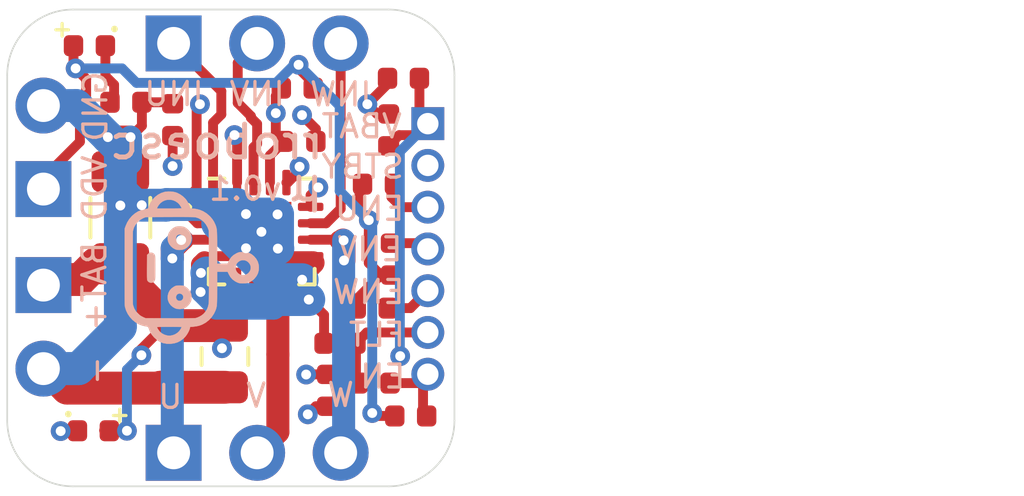
<source format=kicad_pcb>
(kicad_pcb (version 20171130) (host pcbnew "(5.1.6-0-10_14)")

  (general
    (thickness 1.6)
    (drawings 33)
    (tracks 300)
    (zones 0)
    (modules 24)
    (nets 19)
  )

  (page A4)
  (title_block
    (title "rroboesc mini")
    (date 2020-10-09)
    (rev v0.1)
    (company "Richard Unger IT Consulting")
    (comment 1 "STSPIN233 breakout")
    (comment 2 "2.5-12V, 1.3Arms max.")
    (comment 3 "VDD used for logic pull-up, max 5V")
  )

  (layers
    (0 F.Cu signal)
    (1 In1.Cu power hide)
    (2 In2.Cu signal)
    (31 B.Cu signal)
    (32 B.Adhes user hide)
    (33 F.Adhes user hide)
    (34 B.Paste user hide)
    (35 F.Paste user hide)
    (36 B.SilkS user)
    (37 F.SilkS user)
    (38 B.Mask user hide)
    (39 F.Mask user hide)
    (40 Dwgs.User user hide)
    (41 Cmts.User user)
    (42 Eco1.User user hide)
    (43 Eco2.User user hide)
    (44 Edge.Cuts user)
    (45 Margin user hide)
    (46 B.CrtYd user hide)
    (47 F.CrtYd user)
    (48 B.Fab user hide)
    (49 F.Fab user hide)
  )

  (setup
    (last_trace_width 0.3)
    (user_trace_width 0.3)
    (user_trace_width 0.6)
    (user_trace_width 0.7)
    (user_trace_width 1)
    (trace_clearance 0.2)
    (zone_clearance 0.3)
    (zone_45_only no)
    (trace_min 0.2)
    (via_size 0.8)
    (via_drill 0.4)
    (via_min_size 0.4)
    (via_min_drill 0.3)
    (user_via 0.6 0.3)
    (uvia_size 0.3)
    (uvia_drill 0.1)
    (uvias_allowed no)
    (uvia_min_size 0.2)
    (uvia_min_drill 0.1)
    (edge_width 0.05)
    (segment_width 0.2)
    (pcb_text_width 0.3)
    (pcb_text_size 1.5 1.5)
    (mod_edge_width 0.12)
    (mod_text_size 1 1)
    (mod_text_width 0.15)
    (pad_size 1.524 1.524)
    (pad_drill 0.762)
    (pad_to_mask_clearance 0.05)
    (aux_axis_origin 0 0)
    (visible_elements FFFFFF7F)
    (pcbplotparams
      (layerselection 0x010fc_ffffffff)
      (usegerberextensions true)
      (usegerberattributes true)
      (usegerberadvancedattributes true)
      (creategerberjobfile true)
      (excludeedgelayer true)
      (linewidth 0.100000)
      (plotframeref false)
      (viasonmask false)
      (mode 1)
      (useauxorigin false)
      (hpglpennumber 1)
      (hpglpenspeed 20)
      (hpglpendiameter 15.000000)
      (psnegative false)
      (psa4output false)
      (plotreference true)
      (plotvalue true)
      (plotinvisibletext false)
      (padsonsilk false)
      (subtractmaskfromsilk false)
      (outputformat 1)
      (mirror false)
      (drillshape 0)
      (scaleselection 1)
      (outputdirectory "v1/"))
  )

  (net 0 "")
  (net 1 GNDPWR)
  (net 2 EN_FLT)
  (net 3 STBY_RST)
  (net 4 VS)
  (net 5 VBATOUT)
  (net 6 VDD)
  (net 7 "Net-(D1-Pad1)")
  (net 8 "Net-(D2-Pad1)")
  (net 9 INW)
  (net 10 INV)
  (net 11 INU)
  (net 12 EN)
  (net 13 ENW)
  (net 14 ENV)
  (net 15 ENU)
  (net 16 MOTOR3)
  (net 17 MOTOR2)
  (net 18 MOTOR1)

  (net_class Default "This is the default net class."
    (clearance 0.2)
    (trace_width 0.25)
    (via_dia 0.8)
    (via_drill 0.4)
    (uvia_dia 0.3)
    (uvia_drill 0.1)
    (add_net EN)
    (add_net ENU)
    (add_net ENV)
    (add_net ENW)
    (add_net EN_FLT)
    (add_net GNDPWR)
    (add_net INU)
    (add_net INV)
    (add_net INW)
    (add_net MOTOR1)
    (add_net MOTOR2)
    (add_net MOTOR3)
    (add_net "Net-(D1-Pad1)")
    (add_net "Net-(D2-Pad1)")
    (add_net STBY_RST)
    (add_net VBATOUT)
    (add_net VDD)
    (add_net VS)
  )

  (module runger:Robo_logo2 locked (layer B.Cu) (tedit 5F7F5560) (tstamp 5F80F721)
    (at 74.51 36.85 90)
    (fp_text reference G*** (at 0 3.048 90) (layer B.SilkS) hide
      (effects (font (size 1.524 1.524) (thickness 0.3)) (justify mirror))
    )
    (fp_text value LOGO (at 0.254 -4.064 90) (layer B.SilkS) hide
      (effects (font (size 1.524 1.524) (thickness 0.3)) (justify mirror))
    )
    (fp_poly (pts (xy 0.986438 -0.014923) (xy 1.060362 -0.044017) (xy 1.127592 -0.088719) (xy 1.161498 -0.120766)
      (xy 1.203048 -0.170304) (xy 1.230682 -0.217184) (xy 1.246804 -0.267721) (xy 1.253812 -0.328229)
      (xy 1.254653 -0.36576) (xy 1.253911 -0.414946) (xy 1.250751 -0.450757) (xy 1.243964 -0.480101)
      (xy 1.232341 -0.509888) (xy 1.22763 -0.520156) (xy 1.185181 -0.58825) (xy 1.127574 -0.647261)
      (xy 1.059504 -0.692457) (xy 1.054096 -0.695163) (xy 0.994477 -0.716172) (xy 0.926104 -0.727373)
      (xy 0.857164 -0.728111) (xy 0.795845 -0.717726) (xy 0.79116 -0.716282) (xy 0.717714 -0.682449)
      (xy 0.651949 -0.632363) (xy 0.597684 -0.569722) (xy 0.558734 -0.498223) (xy 0.55447 -0.487022)
      (xy 0.541188 -0.427663) (xy 0.538719 -0.364108) (xy 0.7874 -0.364108) (xy 0.790132 -0.400703)
      (xy 0.800213 -0.426279) (xy 0.81224 -0.441364) (xy 0.849739 -0.468228) (xy 0.893251 -0.479195)
      (xy 0.93707 -0.473905) (xy 0.975492 -0.451998) (xy 0.975831 -0.451693) (xy 1.001822 -0.416117)
      (xy 1.012073 -0.374572) (xy 1.007006 -0.33252) (xy 0.987043 -0.295425) (xy 0.962106 -0.273872)
      (xy 0.915745 -0.255793) (xy 0.870018 -0.257052) (xy 0.828082 -0.277431) (xy 0.82058 -0.283646)
      (xy 0.800035 -0.304795) (xy 0.79026 -0.325783) (xy 0.787457 -0.355817) (xy 0.7874 -0.364108)
      (xy 0.538719 -0.364108) (xy 0.53853 -0.359264) (xy 0.545973 -0.289777) (xy 0.562998 -0.227152)
      (xy 0.572955 -0.204665) (xy 0.620513 -0.133516) (xy 0.682451 -0.076017) (xy 0.756986 -0.033504)
      (xy 0.834304 -0.008956) (xy 0.90977 -0.002786) (xy 0.986438 -0.014923)) (layer B.SilkS) (width 0.01))
    (fp_poly (pts (xy -0.852964 -0.006741) (xy -0.817725 -0.011646) (xy -0.784163 -0.022321) (xy -0.750304 -0.037274)
      (xy -0.673759 -0.083754) (xy -0.612127 -0.14399) (xy -0.571847 -0.205393) (xy -0.558897 -0.231799)
      (xy -0.55062 -0.255572) (xy -0.54599 -0.282534) (xy -0.54398 -0.318509) (xy -0.54356 -0.36576)
      (xy -0.54392 -0.414476) (xy -0.545819 -0.448904) (xy -0.550486 -0.475073) (xy -0.559149 -0.499011)
      (xy -0.573038 -0.526749) (xy -0.578408 -0.536712) (xy -0.627833 -0.608228) (xy -0.689348 -0.664085)
      (xy -0.761289 -0.703224) (xy -0.841998 -0.724585) (xy -0.878285 -0.728009) (xy -0.922977 -0.727777)
      (xy -0.96726 -0.723815) (xy -0.996902 -0.718102) (xy -1.071873 -0.6867) (xy -1.138466 -0.638469)
      (xy -1.193765 -0.576147) (xy -1.234861 -0.502475) (xy -1.240146 -0.489229) (xy -1.254921 -0.428174)
      (xy -1.257529 -0.379922) (xy -1.011775 -0.379922) (xy -1.000461 -0.419396) (xy -0.976344 -0.450614)
      (xy -0.942976 -0.471496) (xy -0.903905 -0.479966) (xy -0.862681 -0.473947) (xy -0.822855 -0.45136)
      (xy -0.816409 -0.445657) (xy -0.792327 -0.410916) (xy -0.784475 -0.37133) (xy -0.79105 -0.331419)
      (xy -0.810248 -0.295701) (xy -0.840265 -0.268694) (xy -0.879298 -0.254916) (xy -0.892911 -0.254037)
      (xy -0.940383 -0.262888) (xy -0.978565 -0.287515) (xy -1.003588 -0.325192) (xy -1.006738 -0.334267)
      (xy -1.011775 -0.379922) (xy -1.257529 -0.379922) (xy -1.258686 -0.358539) (xy -1.251704 -0.288652)
      (xy -1.234236 -0.226841) (xy -1.231721 -0.220972) (xy -1.197754 -0.164248) (xy -1.14968 -0.109757)
      (xy -1.093386 -0.063333) (xy -1.04366 -0.034658) (xy -1.004496 -0.018692) (xy -0.969085 -0.009806)
      (xy -0.928075 -0.006124) (xy -0.89916 -0.005634) (xy -0.852964 -0.006741)) (layer B.SilkS) (width 0.01))
    (fp_poly (pts (xy 0.109648 -1.108074) (xy 0.181977 -1.108995) (xy 0.246828 -1.110394) (xy 0.301111 -1.112273)
      (xy 0.34174 -1.11463) (xy 0.365625 -1.117466) (xy 0.367646 -1.117953) (xy 0.411414 -1.139753)
      (xy 0.441917 -1.175255) (xy 0.456393 -1.220837) (xy 0.4572 -1.235368) (xy 0.454299 -1.267576)
      (xy 0.442839 -1.293313) (xy 0.42243 -1.318409) (xy 0.38766 -1.35636) (xy 0.01349 -1.358862)
      (xy -0.086109 -1.359423) (xy -0.167411 -1.359599) (xy -0.232438 -1.359326) (xy -0.283212 -1.35854)
      (xy -0.321753 -1.357174) (xy -0.350083 -1.355164) (xy -0.370224 -1.352446) (xy -0.384195 -1.348955)
      (xy -0.391682 -1.34587) (xy -0.427256 -1.31781) (xy -0.449564 -1.279059) (xy -0.457458 -1.23505)
      (xy -0.449786 -1.191222) (xy -0.431147 -1.159316) (xy -0.403631 -1.135638) (xy -0.3711 -1.119007)
      (xy -0.367647 -1.117953) (xy -0.34666 -1.115042) (xy -0.308447 -1.11261) (xy -0.256096 -1.110656)
      (xy -0.192694 -1.109182) (xy -0.121331 -1.108186) (xy -0.045094 -1.10767) (xy 0.032928 -1.107633)
      (xy 0.109648 -1.108074)) (layer B.SilkS) (width 0.01))
    (fp_poly (pts (xy 0.097813 2.033273) (xy 0.186492 2.006246) (xy 0.268214 1.96053) (xy 0.34422 1.895576)
      (xy 0.353277 1.886187) (xy 0.40812 1.817965) (xy 0.44613 1.745631) (xy 0.4685 1.665749)
      (xy 0.476428 1.574883) (xy 0.475802 1.534168) (xy 0.473144 1.485324) (xy 0.468585 1.449197)
      (xy 0.460295 1.418185) (xy 0.446443 1.384687) (xy 0.433155 1.3571) (xy 0.38195 1.273063)
      (xy 0.318455 1.204615) (xy 0.240771 1.149882) (xy 0.203514 1.13056) (xy 0.122471 1.0922)
      (xy 0.122195 0.93218) (xy 0.12192 0.77216) (xy 0.61722 0.771984) (xy 0.739095 0.77186)
      (xy 0.842638 0.771477) (xy 0.929835 0.770681) (xy 1.002672 0.769317) (xy 1.063137 0.767231)
      (xy 1.113215 0.764267) (xy 1.154894 0.760272) (xy 1.19016 0.755089) (xy 1.221001 0.748566)
      (xy 1.249402 0.740546) (xy 1.277351 0.730876) (xy 1.306834 0.719399) (xy 1.310281 0.71801)
      (xy 1.397129 0.677159) (xy 1.47441 0.627391) (xy 1.549244 0.563975) (xy 1.565153 0.54864)
      (xy 1.64756 0.454337) (xy 1.711593 0.351364) (xy 1.751969 0.255855) (xy 1.769983 0.192551)
      (xy 1.784764 0.121009) (xy 1.794734 0.05026) (xy 1.79832 -0.009764) (xy 1.799879 -0.035382)
      (xy 1.808524 -0.047841) (xy 1.830203 -0.05427) (xy 1.83642 -0.055422) (xy 1.883138 -0.069054)
      (xy 1.938766 -0.093237) (xy 1.997289 -0.12473) (xy 2.052698 -0.160289) (xy 2.098981 -0.196672)
      (xy 2.100044 -0.197632) (xy 2.166196 -0.267786) (xy 2.224251 -0.349103) (xy 2.269513 -0.43461)
      (xy 2.283777 -0.47065) (xy 2.302854 -0.544344) (xy 2.313502 -0.62867) (xy 2.315313 -0.715594)
      (xy 2.307882 -0.797078) (xy 2.301839 -0.82804) (xy 2.267383 -0.931737) (xy 2.21538 -1.028275)
      (xy 2.148023 -1.115306) (xy 2.067506 -1.190481) (xy 1.976023 -1.251453) (xy 1.875768 -1.295873)
      (xy 1.859849 -1.301043) (xy 1.828188 -1.312774) (xy 1.805002 -1.324939) (xy 1.797128 -1.332267)
      (xy 1.792292 -1.348767) (xy 1.786004 -1.37906) (xy 1.779571 -1.416808) (xy 1.779154 -1.419531)
      (xy 1.752587 -1.528373) (xy 1.707662 -1.632248) (xy 1.646122 -1.729159) (xy 1.569712 -1.817109)
      (xy 1.480174 -1.8941) (xy 1.379254 -1.958136) (xy 1.268694 -2.007217) (xy 1.26492 -2.008553)
      (xy 1.18364 -2.03708) (xy 0.0254 -2.038938) (xy -0.160295 -2.039194) (xy -0.326694 -2.039328)
      (xy -0.474822 -2.03933) (xy -0.605704 -2.039191) (xy -0.720364 -2.0389) (xy -0.819827 -2.038449)
      (xy -0.905117 -2.037826) (xy -0.977259 -2.037023) (xy -1.037276 -2.036031) (xy -1.086194 -2.034838)
      (xy -1.125037 -2.033435) (xy -1.15483 -2.031814) (xy -1.176596 -2.029963) (xy -1.191361 -2.027873)
      (xy -1.1938 -2.027374) (xy -1.304486 -1.993291) (xy -1.408518 -1.942326) (xy -1.503918 -1.876537)
      (xy -1.588705 -1.797979) (xy -1.660899 -1.708708) (xy -1.718521 -1.610779) (xy -1.75959 -1.50625)
      (xy -1.779155 -1.419531) (xy -1.78555 -1.381502) (xy -1.79189 -1.35049) (xy -1.796869 -1.332833)
      (xy -1.797129 -1.332267) (xy -1.810012 -1.321823) (xy -1.836099 -1.309459) (xy -1.85985 -1.301043)
      (xy -1.949042 -1.26608) (xy -2.030205 -1.217852) (xy -2.108185 -1.153335) (xy -2.128746 -1.13331)
      (xy -2.202097 -1.048655) (xy -2.25641 -0.959996) (xy -2.292558 -0.865054) (xy -2.311415 -0.76155)
      (xy -2.313737 -0.661106) (xy -2.069701 -0.661106) (xy -2.064993 -0.741119) (xy -2.064803 -0.742151)
      (xy -2.039303 -0.831107) (xy -1.998459 -0.908416) (xy -1.952029 -0.963925) (xy -1.920202 -0.991581)
      (xy -1.88405 -1.017948) (xy -1.848823 -1.039695) (xy -1.819771 -1.05349) (xy -1.80594 -1.056631)
      (xy -1.804215 -1.046846) (xy -1.802626 -1.018977) (xy -1.801219 -0.975261) (xy -1.80004 -0.917932)
      (xy -1.799134 -0.849229) (xy -1.798546 -0.771386) (xy -1.798321 -0.68664) (xy -1.79832 -0.68072)
      (xy -1.798462 -0.595587) (xy -1.798863 -0.517207) (xy -1.799493 -0.447814) (xy -1.80032 -0.389645)
      (xy -1.800338 -0.388824) (xy -1.54274 -0.388824) (xy -1.542529 -0.535018) (xy -1.542104 -0.666108)
      (xy -1.53924 -1.397) (xy -1.515308 -1.456336) (xy -1.467107 -1.550437) (xy -1.404381 -1.631517)
      (xy -1.328757 -1.698202) (xy -1.241861 -1.749117) (xy -1.14532 -1.782889) (xy -1.12268 -1.787936)
      (xy -1.10573 -1.789301) (xy -1.070106 -1.790558) (xy -1.017456 -1.791708) (xy -0.949427 -1.792749)
      (xy -0.867665 -1.793681) (xy -0.773818 -1.794502) (xy -0.669531 -1.795214) (xy -0.556453 -1.795814)
      (xy -0.436228 -1.796302) (xy -0.310505 -1.796677) (xy -0.180931 -1.79694) (xy -0.049151 -1.797088)
      (xy 0.083187 -1.797122) (xy 0.214437 -1.797041) (xy 0.342951 -1.796844) (xy 0.467084 -1.79653)
      (xy 0.585187 -1.796099) (xy 0.695615 -1.79555) (xy 0.796721 -1.794883) (xy 0.886857 -1.794096)
      (xy 0.964377 -1.793189) (xy 1.027635 -1.792162) (xy 1.074983 -1.791014) (xy 1.104775 -1.789744)
      (xy 1.114014 -1.788839) (xy 1.21477 -1.759864) (xy 1.305507 -1.713636) (xy 1.384854 -1.651291)
      (xy 1.451441 -1.573965) (xy 1.503899 -1.482793) (xy 1.515307 -1.456336) (xy 1.53924 -1.397)
      (xy 1.542068 -0.674918) (xy 1.79832 -0.674918) (xy 1.79832 -1.058009) (xy 1.82118 -1.051365)
      (xy 1.841503 -1.042282) (xy 1.871333 -1.025356) (xy 1.898977 -1.007702) (xy 1.964323 -0.952274)
      (xy 2.014104 -0.88628) (xy 2.048092 -0.812482) (xy 2.06606 -0.733646) (xy 2.06778 -0.652533)
      (xy 2.053025 -0.571909) (xy 2.021565 -0.494536) (xy 1.973174 -0.423177) (xy 1.949301 -0.397211)
      (xy 1.923071 -0.374374) (xy 1.890114 -0.35027) (xy 1.855868 -0.328353) (xy 1.82577 -0.312075)
      (xy 1.80526 -0.304887) (xy 1.803737 -0.3048) (xy 1.802511 -0.314587) (xy 1.801383 -0.34246)
      (xy 1.800383 -0.386185) (xy 1.799545 -0.443528) (xy 1.7989 -0.512253) (xy 1.798481 -0.590128)
      (xy 1.79832 -0.674918) (xy 1.542068 -0.674918) (xy 1.542103 -0.666108) (xy 1.542599 -0.497897)
      (xy 1.54269 -0.349966) (xy 1.542376 -0.22228) (xy 1.541655 -0.114804) (xy 1.540528 -0.027501)
      (xy 1.538994 0.039662) (xy 1.537053 0.086723) (xy 1.534705 0.113716) (xy 1.534153 0.116872)
      (xy 1.505381 0.206853) (xy 1.458852 0.290619) (xy 1.396771 0.365731) (xy 1.321347 0.429749)
      (xy 1.234787 0.480235) (xy 1.187567 0.499805) (xy 1.12268 0.52324) (xy 0.06096 0.52619)
      (xy -0.121935 0.526594) (xy -0.291295 0.526757) (xy -0.446409 0.526683) (xy -0.586564 0.526377)
      (xy -0.71105 0.525842) (xy -0.819155 0.525084) (xy -0.910166 0.524108) (xy -0.983372 0.522917)
      (xy -1.038061 0.521516) (xy -1.073521 0.519909) (xy -1.084301 0.518973) (xy -1.179842 0.499897)
      (xy -1.264409 0.466246) (xy -1.342058 0.415999) (xy -1.405094 0.359298) (xy -1.448956 0.305335)
      (xy -1.488414 0.239423) (xy -1.518989 0.169931) (xy -1.533737 0.11888) (xy -1.536183 0.098098)
      (xy -1.538233 0.060901) (xy -1.539893 0.006788) (xy -1.541168 -0.06474) (xy -1.542064 -0.154185)
      (xy -1.542586 -0.262046) (xy -1.54274 -0.388824) (xy -1.800338 -0.388824) (xy -1.80131 -0.344937)
      (xy -1.802432 -0.315925) (xy -1.803653 -0.304846) (xy -1.803738 -0.3048) (xy -1.815097 -0.30903)
      (xy -1.838533 -0.319909) (xy -1.858339 -0.329722) (xy -1.925864 -0.37472) (xy -1.982583 -0.433994)
      (xy -2.026675 -0.503907) (xy -2.056322 -0.580823) (xy -2.069701 -0.661106) (xy -2.313737 -0.661106)
      (xy -2.313989 -0.65024) (xy -2.300325 -0.536454) (xy -2.269047 -0.432407) (xy -2.219626 -0.336961)
      (xy -2.151529 -0.248981) (xy -2.104251 -0.201827) (xy -2.055759 -0.162847) (xy -1.998681 -0.125465)
      (xy -1.938894 -0.092906) (xy -1.882278 -0.068396) (xy -1.837853 -0.055691) (xy -1.801186 -0.049076)
      (xy -1.794474 0.038236) (xy -1.781416 0.144723) (xy -1.758995 0.238269) (xy -1.727587 0.320816)
      (xy -1.668331 0.427322) (xy -1.592792 0.523024) (xy -1.502942 0.606046) (xy -1.400753 0.674511)
      (xy -1.310282 0.71801) (xy -1.280506 0.729696) (xy -1.252485 0.739559) (xy -1.224232 0.747754)
      (xy -1.19376 0.754436) (xy -1.159082 0.759759) (xy -1.118211 0.763878) (xy -1.069161 0.766948)
      (xy -1.009945 0.769124) (xy -0.938576 0.77056) (xy -0.853068 0.771412) (xy -0.751434 0.771833)
      (xy -0.631687 0.771978) (xy -0.61722 0.771984) (xy -0.12192 0.77216) (xy -0.122472 1.0922)
      (xy -0.203515 1.13056) (xy -0.287715 1.1801) (xy -0.356929 1.242569) (xy -0.413057 1.31984)
      (xy -0.433156 1.3571) (xy -0.451754 1.39651) (xy -0.463563 1.428344) (xy -0.470417 1.460207)
      (xy -0.474144 1.499698) (xy -0.475803 1.534168) (xy -0.47547 1.54385) (xy -0.232207 1.54385)
      (xy -0.226704 1.511201) (xy -0.212015 1.473437) (xy -0.210775 1.470716) (xy -0.173627 1.411857)
      (xy -0.1245 1.368254) (xy -0.06612 1.341137) (xy -0.001214 1.331737) (xy 0.067493 1.341287)
      (xy 0.072558 1.342752) (xy 0.124102 1.367849) (xy 0.170263 1.408459) (xy 0.20593 1.459777)
      (xy 0.213119 1.474894) (xy 0.230063 1.538334) (xy 0.228163 1.602024) (xy 0.20856 1.662537)
      (xy 0.172395 1.716447) (xy 0.120809 1.760327) (xy 0.117368 1.762492) (xy 0.085246 1.780217)
      (xy 0.056158 1.789549) (xy 0.020627 1.792969) (xy 0 1.79324) (xy -0.041527 1.791671)
      (xy -0.072343 1.785309) (xy -0.101926 1.77167) (xy -0.117369 1.762492) (xy -0.170455 1.718251)
      (xy -0.208183 1.661915) (xy -0.228624 1.596556) (xy -0.230486 1.5825) (xy -0.232207 1.54385)
      (xy -0.47547 1.54385) (xy -0.472336 1.634808) (xy -0.452825 1.724048) (xy -0.416505 1.803885)
      (xy -0.362609 1.876319) (xy -0.332953 1.906526) (xy -0.257649 1.967521) (xy -0.179661 2.009557)
      (xy -0.095663 2.033983) (xy -0.002332 2.042152) (xy 0.000938 2.042161) (xy 0.097813 2.033273)) (layer B.SilkS) (width 0.01))
  )

  (module LED_SMD:LED_0402_1005Metric locked (layer F.Cu) (tedit 5F80B8D8) (tstamp 5F804C89)
    (at 71.4 30.1 180)
    (descr "LED SMD 0402 (1005 Metric), square (rectangular) end terminal, IPC_7351 nominal, (Body size source: http://www.tortai-tech.com/upload/download/2011102023233369053.pdf), generated with kicad-footprint-generator")
    (tags LED)
    (path /5F793EE4)
    (attr smd)
    (fp_text reference D1 (at 0 -1.17 180) (layer F.Fab)
      (effects (font (size 1 1) (thickness 0.15)))
    )
    (fp_text value green (at 0 1.17 180) (layer F.Fab)
      (effects (font (size 1 1) (thickness 0.15)))
    )
    (fp_circle (center -0.762 0.508) (end -0.712 0.508) (layer F.SilkS) (width 0.1))
    (fp_line (start -0.5 0.25) (end -0.5 -0.25) (layer F.Fab) (width 0.1))
    (fp_line (start -0.5 -0.25) (end 0.5 -0.25) (layer F.Fab) (width 0.1))
    (fp_line (start 0.5 -0.25) (end 0.5 0.25) (layer F.Fab) (width 0.1))
    (fp_line (start 0.5 0.25) (end -0.5 0.25) (layer F.Fab) (width 0.1))
    (fp_line (start -0.4 0.25) (end -0.4 -0.25) (layer F.Fab) (width 0.1))
    (fp_line (start -0.3 0.25) (end -0.3 -0.25) (layer F.Fab) (width 0.1))
    (fp_line (start -0.93 0.47) (end -0.93 -0.47) (layer F.CrtYd) (width 0.05))
    (fp_line (start -0.93 -0.47) (end 0.93 -0.47) (layer F.CrtYd) (width 0.05))
    (fp_line (start 0.93 -0.47) (end 0.93 0.47) (layer F.CrtYd) (width 0.05))
    (fp_line (start 0.93 0.47) (end -0.93 0.47) (layer F.CrtYd) (width 0.05))
    (fp_text user %R (at 0 0 180) (layer F.Fab)
      (effects (font (size 0.25 0.25) (thickness 0.04)))
    )
    (pad 2 smd roundrect (at 0.485 0 180) (size 0.59 0.64) (layers F.Cu F.Paste F.Mask) (roundrect_rratio 0.25)
      (net 6 VDD))
    (pad 1 smd roundrect (at -0.485 0 180) (size 0.59 0.64) (layers F.Cu F.Paste F.Mask) (roundrect_rratio 0.25)
      (net 7 "Net-(D1-Pad1)"))
    (model ${KISYS3DMOD}/LED_SMD.3dshapes/LED_0402_1005Metric.wrl
      (at (xyz 0 0 0))
      (scale (xyz 1 1 1))
      (rotate (xyz 0 0 0))
    )
  )

  (module LED_SMD:LED_0402_1005Metric locked (layer F.Cu) (tedit 5F80B896) (tstamp 5F804C9B)
    (at 71.52 41.81)
    (descr "LED SMD 0402 (1005 Metric), square (rectangular) end terminal, IPC_7351 nominal, (Body size source: http://www.tortai-tech.com/upload/download/2011102023233369053.pdf), generated with kicad-footprint-generator")
    (tags LED)
    (path /5F77C346)
    (attr smd)
    (fp_text reference D2 (at 0 -1.17) (layer F.Fab)
      (effects (font (size 1 1) (thickness 0.15)))
    )
    (fp_text value green (at 0 1.17) (layer F.Fab)
      (effects (font (size 1 1) (thickness 0.15)))
    )
    (fp_circle (center -0.762 -0.508) (end -0.712 -0.508) (layer F.SilkS) (width 0.1))
    (fp_line (start -0.5 0.25) (end -0.5 -0.25) (layer F.Fab) (width 0.1))
    (fp_line (start -0.5 -0.25) (end 0.5 -0.25) (layer F.Fab) (width 0.1))
    (fp_line (start 0.5 -0.25) (end 0.5 0.25) (layer F.Fab) (width 0.1))
    (fp_line (start 0.5 0.25) (end -0.5 0.25) (layer F.Fab) (width 0.1))
    (fp_line (start -0.4 0.25) (end -0.4 -0.25) (layer F.Fab) (width 0.1))
    (fp_line (start -0.3 0.25) (end -0.3 -0.25) (layer F.Fab) (width 0.1))
    (fp_line (start -0.93 0.47) (end -0.93 -0.47) (layer F.CrtYd) (width 0.05))
    (fp_line (start -0.93 -0.47) (end 0.93 -0.47) (layer F.CrtYd) (width 0.05))
    (fp_line (start 0.93 -0.47) (end 0.93 0.47) (layer F.CrtYd) (width 0.05))
    (fp_line (start 0.93 0.47) (end -0.93 0.47) (layer F.CrtYd) (width 0.05))
    (fp_text user %R (at 0 0) (layer F.Fab)
      (effects (font (size 0.25 0.25) (thickness 0.04)))
    )
    (pad 2 smd roundrect (at 0.485 0) (size 0.59 0.64) (layers F.Cu F.Paste F.Mask) (roundrect_rratio 0.25)
      (net 4 VS))
    (pad 1 smd roundrect (at -0.485 0) (size 0.59 0.64) (layers F.Cu F.Paste F.Mask) (roundrect_rratio 0.25)
      (net 8 "Net-(D2-Pad1)"))
    (model ${KISYS3DMOD}/LED_SMD.3dshapes/LED_0402_1005Metric.wrl
      (at (xyz 0 0 0))
      (scale (xyz 1 1 1))
      (rotate (xyz 0 0 0))
    )
  )

  (module Connector_PinHeader_2.54mm:PinHeader_1x03_P2.54mm_Vertical locked (layer F.Cu) (tedit 5F80B860) (tstamp 5F804D4D)
    (at 73.96 42.48 90)
    (descr "Through hole straight pin header, 1x03, 2.54mm pitch, single row")
    (tags "Through hole pin header THT 1x03 2.54mm single row")
    (path /5EFC51D1)
    (fp_text reference Motor1 (at 0 -2.33 90) (layer F.Fab)
      (effects (font (size 1 1) (thickness 0.15)))
    )
    (fp_text value BLDC (at 0 7.41 90) (layer F.Fab)
      (effects (font (size 1 1) (thickness 0.15)))
    )
    (fp_line (start -0.635 -1.27) (end 1.27 -1.27) (layer F.Fab) (width 0.1))
    (fp_line (start 1.27 -1.27) (end 1.27 6.35) (layer F.Fab) (width 0.1))
    (fp_line (start 1.27 6.35) (end -1.27 6.35) (layer F.Fab) (width 0.1))
    (fp_line (start -1.27 6.35) (end -1.27 -0.635) (layer F.Fab) (width 0.1))
    (fp_line (start -1.27 -0.635) (end -0.635 -1.27) (layer F.Fab) (width 0.1))
    (fp_text user %R (at 0 2.54 180) (layer F.Fab)
      (effects (font (size 1 1) (thickness 0.15)))
    )
    (pad 3 thru_hole oval (at 0 5.08 90) (size 1.7 1.7) (drill 1) (layers *.Cu *.Mask)
      (net 16 MOTOR3))
    (pad 2 thru_hole oval (at 0 2.54 90) (size 1.7 1.7) (drill 1) (layers *.Cu *.Mask)
      (net 17 MOTOR2))
    (pad 1 thru_hole rect (at 0 0 90) (size 1.7 1.7) (drill 1) (layers *.Cu *.Mask)
      (net 18 MOTOR1))
  )

  (module Connector_PinHeader_1.27mm:PinHeader_1x07_P1.27mm_Vertical locked (layer F.Cu) (tedit 5F80B82F) (tstamp 5F804CF7)
    (at 81.69 32.47)
    (descr "Through hole straight pin header, 1x07, 1.27mm pitch, single row")
    (tags "Through hole pin header THT 1x07 1.27mm single row")
    (path /5EFE7FFE)
    (fp_text reference J3 (at 0 -1.695) (layer F.Fab)
      (effects (font (size 1 1) (thickness 0.15)))
    )
    (fp_text value CONTROL (at 0 9.315) (layer F.Fab)
      (effects (font (size 1 1) (thickness 0.15)))
    )
    (fp_line (start -0.525 -0.635) (end 1.05 -0.635) (layer F.Fab) (width 0.1))
    (fp_line (start 1.05 -0.635) (end 1.05 8.255) (layer F.Fab) (width 0.1))
    (fp_line (start 1.05 8.255) (end -1.05 8.255) (layer F.Fab) (width 0.1))
    (fp_line (start -1.05 8.255) (end -1.05 -0.11) (layer F.Fab) (width 0.1))
    (fp_line (start -1.05 -0.11) (end -0.525 -0.635) (layer F.Fab) (width 0.1))
    (fp_text user %R (at 0 3.81 90) (layer F.Fab)
      (effects (font (size 1 1) (thickness 0.15)))
    )
    (pad 7 thru_hole oval (at 0 7.62) (size 1 1) (drill 0.65) (layers *.Cu *.Mask)
      (net 12 EN))
    (pad 6 thru_hole oval (at 0 6.35) (size 1 1) (drill 0.65) (layers *.Cu *.Mask)
      (net 2 EN_FLT))
    (pad 5 thru_hole oval (at 0 5.08) (size 1 1) (drill 0.65) (layers *.Cu *.Mask)
      (net 13 ENW))
    (pad 4 thru_hole oval (at 0 3.81) (size 1 1) (drill 0.65) (layers *.Cu *.Mask)
      (net 14 ENV))
    (pad 3 thru_hole oval (at 0 2.54) (size 1 1) (drill 0.65) (layers *.Cu *.Mask)
      (net 15 ENU))
    (pad 2 thru_hole oval (at 0 1.27) (size 1 1) (drill 0.65) (layers *.Cu *.Mask)
      (net 3 STBY_RST))
    (pad 1 thru_hole rect (at 0 0) (size 1 1) (drill 0.65) (layers *.Cu *.Mask)
      (net 5 VBATOUT))
  )

  (module Connector_PinHeader_2.54mm:PinHeader_1x02_P2.54mm_Vertical locked (layer F.Cu) (tedit 5F80B7E6) (tstamp 5F804CC4)
    (at 70 37.38)
    (descr "Through hole straight pin header, 1x02, 2.54mm pitch, single row")
    (tags "Through hole pin header THT 1x02 2.54mm single row")
    (path /5EFE08F0)
    (fp_text reference J1 (at 0 -2.33) (layer F.Fab)
      (effects (font (size 1 1) (thickness 0.15)))
    )
    (fp_text value PWR_IN (at 0 4.87) (layer F.Fab)
      (effects (font (size 1 1) (thickness 0.15)))
    )
    (fp_line (start -0.635 -1.27) (end 1.27 -1.27) (layer F.Fab) (width 0.1))
    (fp_line (start 1.27 -1.27) (end 1.27 3.81) (layer F.Fab) (width 0.1))
    (fp_line (start 1.27 3.81) (end -1.27 3.81) (layer F.Fab) (width 0.1))
    (fp_line (start -1.27 3.81) (end -1.27 -0.635) (layer F.Fab) (width 0.1))
    (fp_line (start -1.27 -0.635) (end -0.635 -1.27) (layer F.Fab) (width 0.1))
    (fp_text user %R (at 0 1.27 90) (layer F.Fab)
      (effects (font (size 1 1) (thickness 0.15)))
    )
    (pad 2 thru_hole oval (at 0 2.54) (size 1.7 1.7) (drill 1) (layers *.Cu *.Mask)
      (net 1 GNDPWR))
    (pad 1 thru_hole rect (at 0 0) (size 1.7 1.7) (drill 1) (layers *.Cu *.Mask)
      (net 4 VS))
  )

  (module Connector_PinHeader_2.54mm:PinHeader_1x02_P2.54mm_Vertical locked (layer F.Cu) (tedit 5F80B7BE) (tstamp 5F808076)
    (at 70 34.46 180)
    (descr "Through hole straight pin header, 1x02, 2.54mm pitch, single row")
    (tags "Through hole pin header THT 1x02 2.54mm single row")
    (path /5FB35EF8)
    (fp_text reference J5 (at 0 -2.33 180) (layer F.Fab)
      (effects (font (size 1 1) (thickness 0.15)))
    )
    (fp_text value VDD_IN (at 0 4.87 180) (layer F.Fab)
      (effects (font (size 1 1) (thickness 0.15)))
    )
    (fp_line (start -0.635 -1.27) (end 1.27 -1.27) (layer F.Fab) (width 0.1))
    (fp_line (start 1.27 -1.27) (end 1.27 3.81) (layer F.Fab) (width 0.1))
    (fp_line (start 1.27 3.81) (end -1.27 3.81) (layer F.Fab) (width 0.1))
    (fp_line (start -1.27 3.81) (end -1.27 -0.635) (layer F.Fab) (width 0.1))
    (fp_line (start -1.27 -0.635) (end -0.635 -1.27) (layer F.Fab) (width 0.1))
    (fp_text user %R (at 0 1.27 270) (layer F.Fab)
      (effects (font (size 1 1) (thickness 0.15)))
    )
    (pad 2 thru_hole oval (at 0 2.54 180) (size 1.7 1.7) (drill 1) (layers *.Cu *.Mask)
      (net 1 GNDPWR))
    (pad 1 thru_hole rect (at 0 0 180) (size 1.7 1.7) (drill 1) (layers *.Cu *.Mask)
      (net 6 VDD))
  )

  (module Connector_PinHeader_2.54mm:PinHeader_1x03_P2.54mm_Vertical locked (layer F.Cu) (tedit 5F80B794) (tstamp 5F804CDF)
    (at 73.96 30.03 90)
    (descr "Through hole straight pin header, 1x03, 2.54mm pitch, single row")
    (tags "Through hole pin header THT 1x03 2.54mm single row")
    (path /5EFEC8B9)
    (fp_text reference J2 (at 0 -2.33 90) (layer F.Fab)
      (effects (font (size 1 1) (thickness 0.15)))
    )
    (fp_text value CONTROL (at 0 7.41 90) (layer F.Fab)
      (effects (font (size 1 1) (thickness 0.15)))
    )
    (fp_line (start -0.635 -1.27) (end 1.27 -1.27) (layer F.Fab) (width 0.1))
    (fp_line (start 1.27 -1.27) (end 1.27 6.35) (layer F.Fab) (width 0.1))
    (fp_line (start 1.27 6.35) (end -1.27 6.35) (layer F.Fab) (width 0.1))
    (fp_line (start -1.27 6.35) (end -1.27 -0.635) (layer F.Fab) (width 0.1))
    (fp_line (start -1.27 -0.635) (end -0.635 -1.27) (layer F.Fab) (width 0.1))
    (fp_text user %R (at 0 2.54 180) (layer F.Fab)
      (effects (font (size 1 1) (thickness 0.15)))
    )
    (pad 3 thru_hole oval (at 0 5.08 90) (size 1.7 1.7) (drill 1) (layers *.Cu *.Mask)
      (net 9 INW))
    (pad 2 thru_hole oval (at 0 2.54 90) (size 1.7 1.7) (drill 1) (layers *.Cu *.Mask)
      (net 10 INV))
    (pad 1 thru_hole rect (at 0 0 90) (size 1.7 1.7) (drill 1) (layers *.Cu *.Mask)
      (net 11 INU))
  )

  (module Package_DFN_QFN:VQFN-16-1EP_3x3mm_P0.5mm_EP1.8x1.8mm (layer F.Cu) (tedit 5DC5F6A8) (tstamp 5F804E22)
    (at 76.64 35.75)
    (descr "VQFN, 16 Pin (https://www.st.com/resource/en/datasheet/stspin220.pdf), generated with kicad-footprint-generator ipc_noLead_generator.py")
    (tags "VQFN NoLead")
    (path /5EFB4826)
    (attr smd)
    (fp_text reference U1 (at 0 -2.82) (layer F.Fab)
      (effects (font (size 1 1) (thickness 0.15)))
    )
    (fp_text value STSPIN233 (at 0 2.82) (layer F.Fab)
      (effects (font (size 1 1) (thickness 0.15)))
    )
    (fp_line (start 1.135 -1.61) (end 1.61 -1.61) (layer F.SilkS) (width 0.12))
    (fp_line (start 1.61 -1.61) (end 1.61 -1.135) (layer F.SilkS) (width 0.12))
    (fp_line (start -1.135 1.61) (end -1.61 1.61) (layer F.SilkS) (width 0.12))
    (fp_line (start -1.61 1.61) (end -1.61 1.135) (layer F.SilkS) (width 0.12))
    (fp_line (start 1.135 1.61) (end 1.61 1.61) (layer F.SilkS) (width 0.12))
    (fp_line (start 1.61 1.61) (end 1.61 1.135) (layer F.SilkS) (width 0.12))
    (fp_line (start -1.135 -1.61) (end -1.61 -1.61) (layer F.SilkS) (width 0.12))
    (fp_line (start -0.75 -1.5) (end 1.5 -1.5) (layer F.Fab) (width 0.1))
    (fp_line (start 1.5 -1.5) (end 1.5 1.5) (layer F.Fab) (width 0.1))
    (fp_line (start 1.5 1.5) (end -1.5 1.5) (layer F.Fab) (width 0.1))
    (fp_line (start -1.5 1.5) (end -1.5 -0.75) (layer F.Fab) (width 0.1))
    (fp_line (start -1.5 -0.75) (end -0.75 -1.5) (layer F.Fab) (width 0.1))
    (fp_line (start -2.12 -2.12) (end -2.12 2.12) (layer F.CrtYd) (width 0.05))
    (fp_line (start -2.12 2.12) (end 2.12 2.12) (layer F.CrtYd) (width 0.05))
    (fp_line (start 2.12 2.12) (end 2.12 -2.12) (layer F.CrtYd) (width 0.05))
    (fp_line (start 2.12 -2.12) (end -2.12 -2.12) (layer F.CrtYd) (width 0.05))
    (fp_text user %R (at 0 0) (layer F.Fab)
      (effects (font (size 0.75 0.75) (thickness 0.11)))
    )
    (pad "" smd roundrect (at 0.45 0.45) (size 0.73 0.73) (layers F.Paste) (roundrect_rratio 0.25))
    (pad "" smd roundrect (at 0.45 -0.45) (size 0.73 0.73) (layers F.Paste) (roundrect_rratio 0.25))
    (pad "" smd roundrect (at -0.45 0.45) (size 0.73 0.73) (layers F.Paste) (roundrect_rratio 0.25))
    (pad "" smd roundrect (at -0.45 -0.45) (size 0.73 0.73) (layers F.Paste) (roundrect_rratio 0.25))
    (pad 17 smd rect (at 0 0) (size 1.8 1.8) (layers F.Cu F.Mask)
      (net 1 GNDPWR))
    (pad 16 smd roundrect (at -0.75 -1.4875) (size 0.25 0.775) (layers F.Cu F.Paste F.Mask) (roundrect_rratio 0.25)
      (net 14 ENV))
    (pad 15 smd roundrect (at -0.25 -1.4875) (size 0.25 0.775) (layers F.Cu F.Paste F.Mask) (roundrect_rratio 0.25)
      (net 10 INV))
    (pad 14 smd roundrect (at 0.25 -1.4875) (size 0.25 0.775) (layers F.Cu F.Paste F.Mask) (roundrect_rratio 0.25)
      (net 3 STBY_RST))
    (pad 13 smd roundrect (at 0.75 -1.4875) (size 0.25 0.775) (layers F.Cu F.Paste F.Mask) (roundrect_rratio 0.25)
      (net 2 EN_FLT))
    (pad 12 smd roundrect (at 1.4875 -0.75) (size 0.775 0.25) (layers F.Cu F.Paste F.Mask) (roundrect_rratio 0.25)
      (net 13 ENW))
    (pad 11 smd roundrect (at 1.4875 -0.25) (size 0.775 0.25) (layers F.Cu F.Paste F.Mask) (roundrect_rratio 0.25)
      (net 9 INW))
    (pad 10 smd roundrect (at 1.4875 0.25) (size 0.775 0.25) (layers F.Cu F.Paste F.Mask) (roundrect_rratio 0.25)
      (net 16 MOTOR3))
    (pad 9 smd roundrect (at 1.4875 0.75) (size 0.775 0.25) (layers F.Cu F.Paste F.Mask) (roundrect_rratio 0.25)
      (net 1 GNDPWR))
    (pad 8 smd roundrect (at 0.75 1.4875) (size 0.25 0.775) (layers F.Cu F.Paste F.Mask) (roundrect_rratio 0.25)
      (net 1 GNDPWR))
    (pad 7 smd roundrect (at 0.25 1.4875) (size 0.25 0.775) (layers F.Cu F.Paste F.Mask) (roundrect_rratio 0.25)
      (net 17 MOTOR2))
    (pad 6 smd roundrect (at -0.25 1.4875) (size 0.25 0.775) (layers F.Cu F.Paste F.Mask) (roundrect_rratio 0.25)
      (net 1 GNDPWR))
    (pad 5 smd roundrect (at -0.75 1.4875) (size 0.25 0.775) (layers F.Cu F.Paste F.Mask) (roundrect_rratio 0.25)
      (net 4 VS))
    (pad 4 smd roundrect (at -1.4875 0.75) (size 0.775 0.25) (layers F.Cu F.Paste F.Mask) (roundrect_rratio 0.25)
      (net 1 GNDPWR))
    (pad 3 smd roundrect (at -1.4875 0.25) (size 0.775 0.25) (layers F.Cu F.Paste F.Mask) (roundrect_rratio 0.25)
      (net 18 MOTOR1))
    (pad 2 smd roundrect (at -1.4875 -0.25) (size 0.775 0.25) (layers F.Cu F.Paste F.Mask) (roundrect_rratio 0.25)
      (net 15 ENU))
    (pad 1 smd roundrect (at -1.4875 -0.75) (size 0.775 0.25) (layers F.Cu F.Paste F.Mask) (roundrect_rratio 0.25)
      (net 11 INU))
    (model ${KISYS3DMOD}/Package_DFN_QFN.3dshapes/VQFN-16-1EP_3x3mm_P0.5mm_EP1.8x1.8mm.wrl
      (at (xyz 0 0 0))
      (scale (xyz 1 1 1))
      (rotate (xyz 0 0 0))
    )
    (model /Users/runger/Documents/making/kicad/3D/stspin233_VQFN16_P0.5/STEP/VFQFPN16_3X3X1_STM.step
      (at (xyz 0 0 0))
      (scale (xyz 1 1 1))
      (rotate (xyz 0 0 0))
    )
  )

  (module Resistor_SMD:R_0402_1005Metric (layer F.Cu) (tedit 5B301BBD) (tstamp 5F804DF8)
    (at 80.5 32.66 270)
    (descr "Resistor SMD 0402 (1005 Metric), square (rectangular) end terminal, IPC_7351 nominal, (Body size source: http://www.tortai-tech.com/upload/download/2011102023233369053.pdf), generated with kicad-footprint-generator")
    (tags resistor)
    (path /5F83DEBF)
    (attr smd)
    (fp_text reference R12 (at 0 -1.17 90) (layer F.Fab)
      (effects (font (size 1 1) (thickness 0.15)))
    )
    (fp_text value 6.2k (at 0 1.17 90) (layer F.Fab)
      (effects (font (size 1 1) (thickness 0.15)))
    )
    (fp_line (start -0.5 0.25) (end -0.5 -0.25) (layer F.Fab) (width 0.1))
    (fp_line (start -0.5 -0.25) (end 0.5 -0.25) (layer F.Fab) (width 0.1))
    (fp_line (start 0.5 -0.25) (end 0.5 0.25) (layer F.Fab) (width 0.1))
    (fp_line (start 0.5 0.25) (end -0.5 0.25) (layer F.Fab) (width 0.1))
    (fp_line (start -0.93 0.47) (end -0.93 -0.47) (layer F.CrtYd) (width 0.05))
    (fp_line (start -0.93 -0.47) (end 0.93 -0.47) (layer F.CrtYd) (width 0.05))
    (fp_line (start 0.93 -0.47) (end 0.93 0.47) (layer F.CrtYd) (width 0.05))
    (fp_line (start 0.93 0.47) (end -0.93 0.47) (layer F.CrtYd) (width 0.05))
    (fp_text user %R (at 0 0 90) (layer F.Fab)
      (effects (font (size 0.25 0.25) (thickness 0.04)))
    )
    (pad 2 smd roundrect (at 0.485 0 270) (size 0.59 0.64) (layers F.Cu F.Paste F.Mask) (roundrect_rratio 0.25)
      (net 5 VBATOUT))
    (pad 1 smd roundrect (at -0.485 0 270) (size 0.59 0.64) (layers F.Cu F.Paste F.Mask) (roundrect_rratio 0.25)
      (net 1 GNDPWR))
    (model ${KISYS3DMOD}/Resistor_SMD.3dshapes/R_0402_1005Metric.wrl
      (at (xyz 0 0 0))
      (scale (xyz 1 1 1))
      (rotate (xyz 0 0 0))
    )
  )

  (module Resistor_SMD:R_0402_1005Metric (layer F.Cu) (tedit 5B301BBD) (tstamp 5F804DE9)
    (at 78.64 40.58 90)
    (descr "Resistor SMD 0402 (1005 Metric), square (rectangular) end terminal, IPC_7351 nominal, (Body size source: http://www.tortai-tech.com/upload/download/2011102023233369053.pdf), generated with kicad-footprint-generator")
    (tags resistor)
    (path /5F83C80F)
    (attr smd)
    (fp_text reference R11 (at 0 -1.17 90) (layer F.Fab)
      (effects (font (size 1 1) (thickness 0.15)))
    )
    (fp_text value 18k (at 0 1.17 90) (layer F.Fab)
      (effects (font (size 1 1) (thickness 0.15)))
    )
    (fp_line (start -0.5 0.25) (end -0.5 -0.25) (layer F.Fab) (width 0.1))
    (fp_line (start -0.5 -0.25) (end 0.5 -0.25) (layer F.Fab) (width 0.1))
    (fp_line (start 0.5 -0.25) (end 0.5 0.25) (layer F.Fab) (width 0.1))
    (fp_line (start 0.5 0.25) (end -0.5 0.25) (layer F.Fab) (width 0.1))
    (fp_line (start -0.93 0.47) (end -0.93 -0.47) (layer F.CrtYd) (width 0.05))
    (fp_line (start -0.93 -0.47) (end 0.93 -0.47) (layer F.CrtYd) (width 0.05))
    (fp_line (start 0.93 -0.47) (end 0.93 0.47) (layer F.CrtYd) (width 0.05))
    (fp_line (start 0.93 0.47) (end -0.93 0.47) (layer F.CrtYd) (width 0.05))
    (fp_text user %R (at 0 0 90) (layer F.Fab)
      (effects (font (size 0.25 0.25) (thickness 0.04)))
    )
    (pad 2 smd roundrect (at 0.485 0 90) (size 0.59 0.64) (layers F.Cu F.Paste F.Mask) (roundrect_rratio 0.25)
      (net 4 VS))
    (pad 1 smd roundrect (at -0.485 0 90) (size 0.59 0.64) (layers F.Cu F.Paste F.Mask) (roundrect_rratio 0.25)
      (net 5 VBATOUT))
    (model ${KISYS3DMOD}/Resistor_SMD.3dshapes/R_0402_1005Metric.wrl
      (at (xyz 0 0 0))
      (scale (xyz 1 1 1))
      (rotate (xyz 0 0 0))
    )
  )

  (module Resistor_SMD:R_0402_1005Metric (layer F.Cu) (tedit 5B301BBD) (tstamp 5F804DDA)
    (at 81.17 41.36 180)
    (descr "Resistor SMD 0402 (1005 Metric), square (rectangular) end terminal, IPC_7351 nominal, (Body size source: http://www.tortai-tech.com/upload/download/2011102023233369053.pdf), generated with kicad-footprint-generator")
    (tags resistor)
    (path /5FC4B58D)
    (attr smd)
    (fp_text reference R8 (at 0 -1.17) (layer F.Fab)
      (effects (font (size 1 1) (thickness 0.15)))
    )
    (fp_text value 6.2k (at 0 1.17) (layer F.Fab)
      (effects (font (size 1 1) (thickness 0.15)))
    )
    (fp_line (start -0.5 0.25) (end -0.5 -0.25) (layer F.Fab) (width 0.1))
    (fp_line (start -0.5 -0.25) (end 0.5 -0.25) (layer F.Fab) (width 0.1))
    (fp_line (start 0.5 -0.25) (end 0.5 0.25) (layer F.Fab) (width 0.1))
    (fp_line (start 0.5 0.25) (end -0.5 0.25) (layer F.Fab) (width 0.1))
    (fp_line (start -0.93 0.47) (end -0.93 -0.47) (layer F.CrtYd) (width 0.05))
    (fp_line (start -0.93 -0.47) (end 0.93 -0.47) (layer F.CrtYd) (width 0.05))
    (fp_line (start 0.93 -0.47) (end 0.93 0.47) (layer F.CrtYd) (width 0.05))
    (fp_line (start 0.93 0.47) (end -0.93 0.47) (layer F.CrtYd) (width 0.05))
    (fp_text user %R (at 0 0) (layer F.Fab)
      (effects (font (size 0.25 0.25) (thickness 0.04)))
    )
    (pad 2 smd roundrect (at 0.485 0 180) (size 0.59 0.64) (layers F.Cu F.Paste F.Mask) (roundrect_rratio 0.25)
      (net 6 VDD))
    (pad 1 smd roundrect (at -0.485 0 180) (size 0.59 0.64) (layers F.Cu F.Paste F.Mask) (roundrect_rratio 0.25)
      (net 12 EN))
    (model ${KISYS3DMOD}/Resistor_SMD.3dshapes/R_0402_1005Metric.wrl
      (at (xyz 0 0 0))
      (scale (xyz 1 1 1))
      (rotate (xyz 0 0 0))
    )
  )

  (module Resistor_SMD:R_0402_1005Metric (layer F.Cu) (tedit 5B301BBD) (tstamp 5F804DCB)
    (at 73.93 32.35 270)
    (descr "Resistor SMD 0402 (1005 Metric), square (rectangular) end terminal, IPC_7351 nominal, (Body size source: http://www.tortai-tech.com/upload/download/2011102023233369053.pdf), generated with kicad-footprint-generator")
    (tags resistor)
    (path /5F785A17)
    (attr smd)
    (fp_text reference R7 (at 0 -1.17 90) (layer F.Fab)
      (effects (font (size 1 1) (thickness 0.15)))
    )
    (fp_text value 4k7 (at 0 1.17 90) (layer F.Fab)
      (effects (font (size 1 1) (thickness 0.15)))
    )
    (fp_line (start -0.5 0.25) (end -0.5 -0.25) (layer F.Fab) (width 0.1))
    (fp_line (start -0.5 -0.25) (end 0.5 -0.25) (layer F.Fab) (width 0.1))
    (fp_line (start 0.5 -0.25) (end 0.5 0.25) (layer F.Fab) (width 0.1))
    (fp_line (start 0.5 0.25) (end -0.5 0.25) (layer F.Fab) (width 0.1))
    (fp_line (start -0.93 0.47) (end -0.93 -0.47) (layer F.CrtYd) (width 0.05))
    (fp_line (start -0.93 -0.47) (end 0.93 -0.47) (layer F.CrtYd) (width 0.05))
    (fp_line (start 0.93 -0.47) (end 0.93 0.47) (layer F.CrtYd) (width 0.05))
    (fp_line (start 0.93 0.47) (end -0.93 0.47) (layer F.CrtYd) (width 0.05))
    (fp_text user %R (at 0 0 90) (layer F.Fab)
      (effects (font (size 0.25 0.25) (thickness 0.04)))
    )
    (pad 2 smd roundrect (at 0.485 0 270) (size 0.59 0.64) (layers F.Cu F.Paste F.Mask) (roundrect_rratio 0.25)
      (net 8 "Net-(D2-Pad1)"))
    (pad 1 smd roundrect (at -0.485 0 270) (size 0.59 0.64) (layers F.Cu F.Paste F.Mask) (roundrect_rratio 0.25)
      (net 1 GNDPWR))
    (model ${KISYS3DMOD}/Resistor_SMD.3dshapes/R_0402_1005Metric.wrl
      (at (xyz 0 0 0))
      (scale (xyz 1 1 1))
      (rotate (xyz 0 0 0))
    )
  )

  (module Resistor_SMD:R_0402_1005Metric (layer F.Cu) (tedit 5B301BBD) (tstamp 5F804DBC)
    (at 72.51 31.82 180)
    (descr "Resistor SMD 0402 (1005 Metric), square (rectangular) end terminal, IPC_7351 nominal, (Body size source: http://www.tortai-tech.com/upload/download/2011102023233369053.pdf), generated with kicad-footprint-generator")
    (tags resistor)
    (path /5F79632D)
    (attr smd)
    (fp_text reference R6 (at 0 -1.17) (layer F.Fab)
      (effects (font (size 1 1) (thickness 0.15)))
    )
    (fp_text value 4k7 (at 0 1.17) (layer F.Fab)
      (effects (font (size 1 1) (thickness 0.15)))
    )
    (fp_line (start -0.5 0.25) (end -0.5 -0.25) (layer F.Fab) (width 0.1))
    (fp_line (start -0.5 -0.25) (end 0.5 -0.25) (layer F.Fab) (width 0.1))
    (fp_line (start 0.5 -0.25) (end 0.5 0.25) (layer F.Fab) (width 0.1))
    (fp_line (start 0.5 0.25) (end -0.5 0.25) (layer F.Fab) (width 0.1))
    (fp_line (start -0.93 0.47) (end -0.93 -0.47) (layer F.CrtYd) (width 0.05))
    (fp_line (start -0.93 -0.47) (end 0.93 -0.47) (layer F.CrtYd) (width 0.05))
    (fp_line (start 0.93 -0.47) (end 0.93 0.47) (layer F.CrtYd) (width 0.05))
    (fp_line (start 0.93 0.47) (end -0.93 0.47) (layer F.CrtYd) (width 0.05))
    (fp_text user %R (at 0 0) (layer F.Fab)
      (effects (font (size 0.25 0.25) (thickness 0.04)))
    )
    (pad 2 smd roundrect (at 0.485 0 180) (size 0.59 0.64) (layers F.Cu F.Paste F.Mask) (roundrect_rratio 0.25)
      (net 7 "Net-(D1-Pad1)"))
    (pad 1 smd roundrect (at -0.485 0 180) (size 0.59 0.64) (layers F.Cu F.Paste F.Mask) (roundrect_rratio 0.25)
      (net 1 GNDPWR))
    (model ${KISYS3DMOD}/Resistor_SMD.3dshapes/R_0402_1005Metric.wrl
      (at (xyz 0 0 0))
      (scale (xyz 1 1 1))
      (rotate (xyz 0 0 0))
    )
  )

  (module Resistor_SMD:R_0402_1005Metric (layer F.Cu) (tedit 5B301BBD) (tstamp 5F804DAD)
    (at 80.19 34.31)
    (descr "Resistor SMD 0402 (1005 Metric), square (rectangular) end terminal, IPC_7351 nominal, (Body size source: http://www.tortai-tech.com/upload/download/2011102023233369053.pdf), generated with kicad-footprint-generator")
    (tags resistor)
    (path /5EFF3BB5)
    (attr smd)
    (fp_text reference R5 (at 0 -1.17) (layer F.Fab)
      (effects (font (size 1 1) (thickness 0.15)))
    )
    (fp_text value 18k (at 0 1.17) (layer F.Fab)
      (effects (font (size 1 1) (thickness 0.15)))
    )
    (fp_line (start -0.5 0.25) (end -0.5 -0.25) (layer F.Fab) (width 0.1))
    (fp_line (start -0.5 -0.25) (end 0.5 -0.25) (layer F.Fab) (width 0.1))
    (fp_line (start 0.5 -0.25) (end 0.5 0.25) (layer F.Fab) (width 0.1))
    (fp_line (start 0.5 0.25) (end -0.5 0.25) (layer F.Fab) (width 0.1))
    (fp_line (start -0.93 0.47) (end -0.93 -0.47) (layer F.CrtYd) (width 0.05))
    (fp_line (start -0.93 -0.47) (end 0.93 -0.47) (layer F.CrtYd) (width 0.05))
    (fp_line (start 0.93 -0.47) (end 0.93 0.47) (layer F.CrtYd) (width 0.05))
    (fp_line (start 0.93 0.47) (end -0.93 0.47) (layer F.CrtYd) (width 0.05))
    (fp_text user %R (at 0 0) (layer F.Fab)
      (effects (font (size 0.25 0.25) (thickness 0.04)))
    )
    (pad 2 smd roundrect (at 0.485 0) (size 0.59 0.64) (layers F.Cu F.Paste F.Mask) (roundrect_rratio 0.25)
      (net 15 ENU))
    (pad 1 smd roundrect (at -0.485 0) (size 0.59 0.64) (layers F.Cu F.Paste F.Mask) (roundrect_rratio 0.25)
      (net 6 VDD))
    (model ${KISYS3DMOD}/Resistor_SMD.3dshapes/R_0402_1005Metric.wrl
      (at (xyz 0 0 0))
      (scale (xyz 1 1 1))
      (rotate (xyz 0 0 0))
    )
  )

  (module Resistor_SMD:R_0402_1005Metric (layer F.Cu) (tedit 5B301BBD) (tstamp 5F804D9E)
    (at 80.58 36.59 90)
    (descr "Resistor SMD 0402 (1005 Metric), square (rectangular) end terminal, IPC_7351 nominal, (Body size source: http://www.tortai-tech.com/upload/download/2011102023233369053.pdf), generated with kicad-footprint-generator")
    (tags resistor)
    (path /5EFF390F)
    (attr smd)
    (fp_text reference R4 (at 0 -1.17 90) (layer F.Fab)
      (effects (font (size 1 1) (thickness 0.15)))
    )
    (fp_text value 18k (at 0 1.17 90) (layer F.Fab)
      (effects (font (size 1 1) (thickness 0.15)))
    )
    (fp_line (start -0.5 0.25) (end -0.5 -0.25) (layer F.Fab) (width 0.1))
    (fp_line (start -0.5 -0.25) (end 0.5 -0.25) (layer F.Fab) (width 0.1))
    (fp_line (start 0.5 -0.25) (end 0.5 0.25) (layer F.Fab) (width 0.1))
    (fp_line (start 0.5 0.25) (end -0.5 0.25) (layer F.Fab) (width 0.1))
    (fp_line (start -0.93 0.47) (end -0.93 -0.47) (layer F.CrtYd) (width 0.05))
    (fp_line (start -0.93 -0.47) (end 0.93 -0.47) (layer F.CrtYd) (width 0.05))
    (fp_line (start 0.93 -0.47) (end 0.93 0.47) (layer F.CrtYd) (width 0.05))
    (fp_line (start 0.93 0.47) (end -0.93 0.47) (layer F.CrtYd) (width 0.05))
    (fp_text user %R (at 0 0 90) (layer F.Fab)
      (effects (font (size 0.25 0.25) (thickness 0.04)))
    )
    (pad 2 smd roundrect (at 0.485 0 90) (size 0.59 0.64) (layers F.Cu F.Paste F.Mask) (roundrect_rratio 0.25)
      (net 14 ENV))
    (pad 1 smd roundrect (at -0.485 0 90) (size 0.59 0.64) (layers F.Cu F.Paste F.Mask) (roundrect_rratio 0.25)
      (net 6 VDD))
    (model ${KISYS3DMOD}/Resistor_SMD.3dshapes/R_0402_1005Metric.wrl
      (at (xyz 0 0 0))
      (scale (xyz 1 1 1))
      (rotate (xyz 0 0 0))
    )
  )

  (module Resistor_SMD:R_0402_1005Metric (layer F.Cu) (tedit 5B301BBD) (tstamp 5F804D8F)
    (at 80 38.08)
    (descr "Resistor SMD 0402 (1005 Metric), square (rectangular) end terminal, IPC_7351 nominal, (Body size source: http://www.tortai-tech.com/upload/download/2011102023233369053.pdf), generated with kicad-footprint-generator")
    (tags resistor)
    (path /5EFF2DD2)
    (attr smd)
    (fp_text reference R3 (at 0 -1.17) (layer F.Fab)
      (effects (font (size 1 1) (thickness 0.15)))
    )
    (fp_text value 18k (at 0 1.17) (layer F.Fab)
      (effects (font (size 1 1) (thickness 0.15)))
    )
    (fp_line (start -0.5 0.25) (end -0.5 -0.25) (layer F.Fab) (width 0.1))
    (fp_line (start -0.5 -0.25) (end 0.5 -0.25) (layer F.Fab) (width 0.1))
    (fp_line (start 0.5 -0.25) (end 0.5 0.25) (layer F.Fab) (width 0.1))
    (fp_line (start 0.5 0.25) (end -0.5 0.25) (layer F.Fab) (width 0.1))
    (fp_line (start -0.93 0.47) (end -0.93 -0.47) (layer F.CrtYd) (width 0.05))
    (fp_line (start -0.93 -0.47) (end 0.93 -0.47) (layer F.CrtYd) (width 0.05))
    (fp_line (start 0.93 -0.47) (end 0.93 0.47) (layer F.CrtYd) (width 0.05))
    (fp_line (start 0.93 0.47) (end -0.93 0.47) (layer F.CrtYd) (width 0.05))
    (fp_text user %R (at 0 0) (layer F.Fab)
      (effects (font (size 0.25 0.25) (thickness 0.04)))
    )
    (pad 2 smd roundrect (at 0.485 0) (size 0.59 0.64) (layers F.Cu F.Paste F.Mask) (roundrect_rratio 0.25)
      (net 13 ENW))
    (pad 1 smd roundrect (at -0.485 0) (size 0.59 0.64) (layers F.Cu F.Paste F.Mask) (roundrect_rratio 0.25)
      (net 6 VDD))
    (model ${KISYS3DMOD}/Resistor_SMD.3dshapes/R_0402_1005Metric.wrl
      (at (xyz 0 0 0))
      (scale (xyz 1 1 1))
      (rotate (xyz 0 0 0))
    )
  )

  (module Resistor_SMD:R_0402_1005Metric (layer F.Cu) (tedit 5B301BBD) (tstamp 5F804D80)
    (at 77.72 31.39)
    (descr "Resistor SMD 0402 (1005 Metric), square (rectangular) end terminal, IPC_7351 nominal, (Body size source: http://www.tortai-tech.com/upload/download/2011102023233369053.pdf), generated with kicad-footprint-generator")
    (tags resistor)
    (path /5EFCA782)
    (attr smd)
    (fp_text reference R2 (at 0 -1.17) (layer F.Fab)
      (effects (font (size 1 1) (thickness 0.15)))
    )
    (fp_text value 18k (at 0 1.17) (layer F.Fab)
      (effects (font (size 1 1) (thickness 0.15)))
    )
    (fp_line (start -0.5 0.25) (end -0.5 -0.25) (layer F.Fab) (width 0.1))
    (fp_line (start -0.5 -0.25) (end 0.5 -0.25) (layer F.Fab) (width 0.1))
    (fp_line (start 0.5 -0.25) (end 0.5 0.25) (layer F.Fab) (width 0.1))
    (fp_line (start 0.5 0.25) (end -0.5 0.25) (layer F.Fab) (width 0.1))
    (fp_line (start -0.93 0.47) (end -0.93 -0.47) (layer F.CrtYd) (width 0.05))
    (fp_line (start -0.93 -0.47) (end 0.93 -0.47) (layer F.CrtYd) (width 0.05))
    (fp_line (start 0.93 -0.47) (end 0.93 0.47) (layer F.CrtYd) (width 0.05))
    (fp_line (start 0.93 0.47) (end -0.93 0.47) (layer F.CrtYd) (width 0.05))
    (fp_text user %R (at 0 0) (layer F.Fab)
      (effects (font (size 0.25 0.25) (thickness 0.04)))
    )
    (pad 2 smd roundrect (at 0.485 0) (size 0.59 0.64) (layers F.Cu F.Paste F.Mask) (roundrect_rratio 0.25)
      (net 6 VDD))
    (pad 1 smd roundrect (at -0.485 0) (size 0.59 0.64) (layers F.Cu F.Paste F.Mask) (roundrect_rratio 0.25)
      (net 3 STBY_RST))
    (model ${KISYS3DMOD}/Resistor_SMD.3dshapes/R_0402_1005Metric.wrl
      (at (xyz 0 0 0))
      (scale (xyz 1 1 1))
      (rotate (xyz 0 0 0))
    )
  )

  (module Resistor_SMD:R_0402_1005Metric (layer F.Cu) (tedit 5B301BBD) (tstamp 5F804D71)
    (at 80.06 40.36)
    (descr "Resistor SMD 0402 (1005 Metric), square (rectangular) end terminal, IPC_7351 nominal, (Body size source: http://www.tortai-tech.com/upload/download/2011102023233369053.pdf), generated with kicad-footprint-generator")
    (tags resistor)
    (path /5EFCADBA)
    (attr smd)
    (fp_text reference R1 (at 0 -1.17) (layer F.Fab)
      (effects (font (size 1 1) (thickness 0.15)))
    )
    (fp_text value 12k (at 0 1.17) (layer F.Fab)
      (effects (font (size 1 1) (thickness 0.15)))
    )
    (fp_line (start -0.5 0.25) (end -0.5 -0.25) (layer F.Fab) (width 0.1))
    (fp_line (start -0.5 -0.25) (end 0.5 -0.25) (layer F.Fab) (width 0.1))
    (fp_line (start 0.5 -0.25) (end 0.5 0.25) (layer F.Fab) (width 0.1))
    (fp_line (start 0.5 0.25) (end -0.5 0.25) (layer F.Fab) (width 0.1))
    (fp_line (start -0.93 0.47) (end -0.93 -0.47) (layer F.CrtYd) (width 0.05))
    (fp_line (start -0.93 -0.47) (end 0.93 -0.47) (layer F.CrtYd) (width 0.05))
    (fp_line (start 0.93 -0.47) (end 0.93 0.47) (layer F.CrtYd) (width 0.05))
    (fp_line (start 0.93 0.47) (end -0.93 0.47) (layer F.CrtYd) (width 0.05))
    (fp_text user %R (at 0 0) (layer F.Fab)
      (effects (font (size 0.25 0.25) (thickness 0.04)))
    )
    (pad 2 smd roundrect (at 0.485 0) (size 0.59 0.64) (layers F.Cu F.Paste F.Mask) (roundrect_rratio 0.25)
      (net 12 EN))
    (pad 1 smd roundrect (at -0.485 0) (size 0.59 0.64) (layers F.Cu F.Paste F.Mask) (roundrect_rratio 0.25)
      (net 2 EN_FLT))
    (model ${KISYS3DMOD}/Resistor_SMD.3dshapes/R_0402_1005Metric.wrl
      (at (xyz 0 0 0))
      (scale (xyz 1 1 1))
      (rotate (xyz 0 0 0))
    )
  )

  (module Capacitor_SMD:C_0402_1005Metric (layer F.Cu) (tedit 5B301BBE) (tstamp 5F804C77)
    (at 80.95 31.09 180)
    (descr "Capacitor SMD 0402 (1005 Metric), square (rectangular) end terminal, IPC_7351 nominal, (Body size source: http://www.tortai-tech.com/upload/download/2011102023233369053.pdf), generated with kicad-footprint-generator")
    (tags capacitor)
    (path /5F8DA17E)
    (attr smd)
    (fp_text reference C13 (at 0 -1.17) (layer F.Fab)
      (effects (font (size 1 1) (thickness 0.15)))
    )
    (fp_text value "0.1µF 6.3V" (at 0 1.17) (layer F.Fab)
      (effects (font (size 1 1) (thickness 0.15)))
    )
    (fp_line (start -0.5 0.25) (end -0.5 -0.25) (layer F.Fab) (width 0.1))
    (fp_line (start -0.5 -0.25) (end 0.5 -0.25) (layer F.Fab) (width 0.1))
    (fp_line (start 0.5 -0.25) (end 0.5 0.25) (layer F.Fab) (width 0.1))
    (fp_line (start 0.5 0.25) (end -0.5 0.25) (layer F.Fab) (width 0.1))
    (fp_line (start -0.93 0.47) (end -0.93 -0.47) (layer F.CrtYd) (width 0.05))
    (fp_line (start -0.93 -0.47) (end 0.93 -0.47) (layer F.CrtYd) (width 0.05))
    (fp_line (start 0.93 -0.47) (end 0.93 0.47) (layer F.CrtYd) (width 0.05))
    (fp_line (start 0.93 0.47) (end -0.93 0.47) (layer F.CrtYd) (width 0.05))
    (fp_text user %R (at 0 0) (layer F.Fab)
      (effects (font (size 0.25 0.25) (thickness 0.04)))
    )
    (pad 2 smd roundrect (at 0.485 0 180) (size 0.59 0.64) (layers F.Cu F.Paste F.Mask) (roundrect_rratio 0.25)
      (net 1 GNDPWR))
    (pad 1 smd roundrect (at -0.485 0 180) (size 0.59 0.64) (layers F.Cu F.Paste F.Mask) (roundrect_rratio 0.25)
      (net 5 VBATOUT))
    (model ${KISYS3DMOD}/Capacitor_SMD.3dshapes/C_0402_1005Metric.wrl
      (at (xyz 0 0 0))
      (scale (xyz 1 1 1))
      (rotate (xyz 0 0 0))
    )
  )

  (module Capacitor_SMD:C_1206_3216Metric (layer F.Cu) (tedit 5B301BBE) (tstamp 5F804C68)
    (at 72.34 35.33 90)
    (descr "Capacitor SMD 1206 (3216 Metric), square (rectangular) end terminal, IPC_7351 nominal, (Body size source: http://www.tortai-tech.com/upload/download/2011102023233369053.pdf), generated with kicad-footprint-generator")
    (tags capacitor)
    (path /5F7B996A)
    (attr smd)
    (fp_text reference C4 (at 0 -1.82 90) (layer F.Fab)
      (effects (font (size 1 1) (thickness 0.15)))
    )
    (fp_text value "22μF 16V" (at 0 1.82 90) (layer F.Fab)
      (effects (font (size 1 1) (thickness 0.15)))
    )
    (fp_line (start -1.6 0.8) (end -1.6 -0.8) (layer F.Fab) (width 0.1))
    (fp_line (start -1.6 -0.8) (end 1.6 -0.8) (layer F.Fab) (width 0.1))
    (fp_line (start 1.6 -0.8) (end 1.6 0.8) (layer F.Fab) (width 0.1))
    (fp_line (start 1.6 0.8) (end -1.6 0.8) (layer F.Fab) (width 0.1))
    (fp_line (start -0.602064 -0.91) (end 0.602064 -0.91) (layer F.SilkS) (width 0.12))
    (fp_line (start -0.602064 0.91) (end 0.602064 0.91) (layer F.SilkS) (width 0.12))
    (fp_line (start -2.28 1.12) (end -2.28 -1.12) (layer F.CrtYd) (width 0.05))
    (fp_line (start -2.28 -1.12) (end 2.28 -1.12) (layer F.CrtYd) (width 0.05))
    (fp_line (start 2.28 -1.12) (end 2.28 1.12) (layer F.CrtYd) (width 0.05))
    (fp_line (start 2.28 1.12) (end -2.28 1.12) (layer F.CrtYd) (width 0.05))
    (fp_text user %R (at 0 0 90) (layer F.Fab)
      (effects (font (size 0.8 0.8) (thickness 0.12)))
    )
    (pad 2 smd roundrect (at 1.4 0 90) (size 1.25 1.75) (layers F.Cu F.Paste F.Mask) (roundrect_rratio 0.2)
      (net 1 GNDPWR))
    (pad 1 smd roundrect (at -1.4 0 90) (size 1.25 1.75) (layers F.Cu F.Paste F.Mask) (roundrect_rratio 0.2)
      (net 4 VS))
    (model ${KISYS3DMOD}/Capacitor_SMD.3dshapes/C_1206_3216Metric.wrl
      (at (xyz 0 0 0))
      (scale (xyz 1 1 1))
      (rotate (xyz 0 0 0))
    )
  )

  (module Capacitor_SMD:C_0805_2012Metric (layer F.Cu) (tedit 5B36C52B) (tstamp 5F804C57)
    (at 75.52 39.55 270)
    (descr "Capacitor SMD 0805 (2012 Metric), square (rectangular) end terminal, IPC_7351 nominal, (Body size source: https://docs.google.com/spreadsheets/d/1BsfQQcO9C6DZCsRaXUlFlo91Tg2WpOkGARC1WS5S8t0/edit?usp=sharing), generated with kicad-footprint-generator")
    (tags capacitor)
    (path /5F7B962C)
    (attr smd)
    (fp_text reference C3 (at 0 -1.65 270) (layer F.Fab)
      (effects (font (size 1 1) (thickness 0.15)))
    )
    (fp_text value "2.2μF 16V" (at 0 1.65 270) (layer F.Fab)
      (effects (font (size 1 1) (thickness 0.15)))
    )
    (fp_line (start -1 0.6) (end -1 -0.6) (layer F.Fab) (width 0.1))
    (fp_line (start -1 -0.6) (end 1 -0.6) (layer F.Fab) (width 0.1))
    (fp_line (start 1 -0.6) (end 1 0.6) (layer F.Fab) (width 0.1))
    (fp_line (start 1 0.6) (end -1 0.6) (layer F.Fab) (width 0.1))
    (fp_line (start -0.258578 -0.71) (end 0.258578 -0.71) (layer F.SilkS) (width 0.12))
    (fp_line (start -0.258578 0.71) (end 0.258578 0.71) (layer F.SilkS) (width 0.12))
    (fp_line (start -1.68 0.95) (end -1.68 -0.95) (layer F.CrtYd) (width 0.05))
    (fp_line (start -1.68 -0.95) (end 1.68 -0.95) (layer F.CrtYd) (width 0.05))
    (fp_line (start 1.68 -0.95) (end 1.68 0.95) (layer F.CrtYd) (width 0.05))
    (fp_line (start 1.68 0.95) (end -1.68 0.95) (layer F.CrtYd) (width 0.05))
    (fp_text user %R (at 0 0 270) (layer F.Fab)
      (effects (font (size 0.5 0.5) (thickness 0.08)))
    )
    (pad 2 smd roundrect (at 0.9375 0 270) (size 0.975 1.4) (layers F.Cu F.Paste F.Mask) (roundrect_rratio 0.25)
      (net 1 GNDPWR))
    (pad 1 smd roundrect (at -0.9375 0 270) (size 0.975 1.4) (layers F.Cu F.Paste F.Mask) (roundrect_rratio 0.25)
      (net 4 VS))
    (model ${KISYS3DMOD}/Capacitor_SMD.3dshapes/C_0805_2012Metric.wrl
      (at (xyz 0 0 0))
      (scale (xyz 1 1 1))
      (rotate (xyz 0 0 0))
    )
  )

  (module Capacitor_SMD:C_0402_1005Metric (layer F.Cu) (tedit 5B301BBE) (tstamp 5F804C46)
    (at 77.8 33.01)
    (descr "Capacitor SMD 0402 (1005 Metric), square (rectangular) end terminal, IPC_7351 nominal, (Body size source: http://www.tortai-tech.com/upload/download/2011102023233369053.pdf), generated with kicad-footprint-generator")
    (tags capacitor)
    (path /5F7BDF56)
    (attr smd)
    (fp_text reference C2 (at 0 -1.17) (layer F.Fab)
      (effects (font (size 1 1) (thickness 0.15)))
    )
    (fp_text value "1nF 6.3V" (at 0 1.17) (layer F.Fab)
      (effects (font (size 1 1) (thickness 0.15)))
    )
    (fp_line (start -0.5 0.25) (end -0.5 -0.25) (layer F.Fab) (width 0.1))
    (fp_line (start -0.5 -0.25) (end 0.5 -0.25) (layer F.Fab) (width 0.1))
    (fp_line (start 0.5 -0.25) (end 0.5 0.25) (layer F.Fab) (width 0.1))
    (fp_line (start 0.5 0.25) (end -0.5 0.25) (layer F.Fab) (width 0.1))
    (fp_line (start -0.93 0.47) (end -0.93 -0.47) (layer F.CrtYd) (width 0.05))
    (fp_line (start -0.93 -0.47) (end 0.93 -0.47) (layer F.CrtYd) (width 0.05))
    (fp_line (start 0.93 -0.47) (end 0.93 0.47) (layer F.CrtYd) (width 0.05))
    (fp_line (start 0.93 0.47) (end -0.93 0.47) (layer F.CrtYd) (width 0.05))
    (fp_text user %R (at 0 0) (layer F.Fab)
      (effects (font (size 0.25 0.25) (thickness 0.04)))
    )
    (pad 2 smd roundrect (at 0.485 0) (size 0.59 0.64) (layers F.Cu F.Paste F.Mask) (roundrect_rratio 0.25)
      (net 1 GNDPWR))
    (pad 1 smd roundrect (at -0.485 0) (size 0.59 0.64) (layers F.Cu F.Paste F.Mask) (roundrect_rratio 0.25)
      (net 3 STBY_RST))
    (model ${KISYS3DMOD}/Capacitor_SMD.3dshapes/C_0402_1005Metric.wrl
      (at (xyz 0 0 0))
      (scale (xyz 1 1 1))
      (rotate (xyz 0 0 0))
    )
  )

  (module Capacitor_SMD:C_0402_1005Metric (layer F.Cu) (tedit 5B301BBE) (tstamp 5F804C37)
    (at 79.02 39.15 180)
    (descr "Capacitor SMD 0402 (1005 Metric), square (rectangular) end terminal, IPC_7351 nominal, (Body size source: http://www.tortai-tech.com/upload/download/2011102023233369053.pdf), generated with kicad-footprint-generator")
    (tags capacitor)
    (path /5EFCA1E4)
    (attr smd)
    (fp_text reference C1 (at 0 -1.17) (layer F.Fab)
      (effects (font (size 1 1) (thickness 0.15)))
    )
    (fp_text value "10nF 6.3V" (at 0 1.17) (layer F.Fab)
      (effects (font (size 1 1) (thickness 0.15)))
    )
    (fp_line (start -0.5 0.25) (end -0.5 -0.25) (layer F.Fab) (width 0.1))
    (fp_line (start -0.5 -0.25) (end 0.5 -0.25) (layer F.Fab) (width 0.1))
    (fp_line (start 0.5 -0.25) (end 0.5 0.25) (layer F.Fab) (width 0.1))
    (fp_line (start 0.5 0.25) (end -0.5 0.25) (layer F.Fab) (width 0.1))
    (fp_line (start -0.93 0.47) (end -0.93 -0.47) (layer F.CrtYd) (width 0.05))
    (fp_line (start -0.93 -0.47) (end 0.93 -0.47) (layer F.CrtYd) (width 0.05))
    (fp_line (start 0.93 -0.47) (end 0.93 0.47) (layer F.CrtYd) (width 0.05))
    (fp_line (start 0.93 0.47) (end -0.93 0.47) (layer F.CrtYd) (width 0.05))
    (fp_text user %R (at 0 0) (layer F.Fab)
      (effects (font (size 0.25 0.25) (thickness 0.04)))
    )
    (pad 2 smd roundrect (at 0.485 0 180) (size 0.59 0.64) (layers F.Cu F.Paste F.Mask) (roundrect_rratio 0.25)
      (net 1 GNDPWR))
    (pad 1 smd roundrect (at -0.485 0 180) (size 0.59 0.64) (layers F.Cu F.Paste F.Mask) (roundrect_rratio 0.25)
      (net 2 EN_FLT))
    (model ${KISYS3DMOD}/Capacitor_SMD.3dshapes/C_0402_1005Metric.wrl
      (at (xyz 0 0 0))
      (scale (xyz 1 1 1))
      (rotate (xyz 0 0 0))
    )
  )

  (gr_arc (start 80.5 41.5) (end 80.5 43.5) (angle -90) (layer Edge.Cuts) (width 0.05))
  (gr_arc (start 70.9 41.5) (end 68.9 41.5) (angle -90) (layer Edge.Cuts) (width 0.05))
  (gr_arc (start 80.5 31) (end 82.5 31) (angle -90) (layer Edge.Cuts) (width 0.05))
  (gr_arc (start 70.9 31) (end 70.9 29) (angle -90) (layer Edge.Cuts) (width 0.05))
  (gr_line (start 85.18 35.96) (end 80.68 35.96) (layer Cmts.User) (width 0.3) (tstamp 5F895A2F))
  (gr_text "Panel tab position" (at 92.68 35.96) (layer Cmts.User) (tstamp 5F895A2C)
    (effects (font (size 1 1) (thickness 0.15)))
  )
  (gr_text v0.1 (at 76.14 34.45) (layer B.SilkS)
    (effects (font (size 0.7 0.7) (thickness 0.1)) (justify mirror))
  )
  (gr_text µ (at 77.96 34.31) (layer B.SilkS)
    (effects (font (size 1 1) (thickness 0.15)) (justify mirror))
  )
  (gr_text rroboesc (at 75.26 33.03) (layer B.SilkS)
    (effects (font (size 1 1) (thickness 0.15)) (justify mirror))
  )
  (gr_text VBAT (at 79.68 32.55) (layer B.SilkS) (tstamp 5F80F669)
    (effects (font (size 0.7 0.7) (thickness 0.1)) (justify mirror))
  )
  (gr_text STBY (at 79.71 33.78) (layer B.SilkS) (tstamp 5F80F665)
    (effects (font (size 0.7 0.7) (thickness 0.1)) (justify mirror))
  )
  (gr_text ENU (at 79.92 35.06) (layer B.SilkS) (tstamp 5F80F662)
    (effects (font (size 0.7 0.7) (thickness 0.1)) (justify mirror))
  )
  (gr_text ENV (at 79.93 36.29) (layer B.SilkS) (tstamp 5F80F65E)
    (effects (font (size 0.7 0.7) (thickness 0.1)) (justify mirror))
  )
  (gr_text ENW (at 79.89 37.59) (layer B.SilkS) (tstamp 5F80F659)
    (effects (font (size 0.7 0.7) (thickness 0.1)) (justify mirror))
  )
  (gr_text FLT (at 80.14 38.89) (layer B.SilkS) (tstamp 5F80F64D)
    (effects (font (size 0.7 0.7) (thickness 0.1)) (justify mirror))
  )
  (gr_text EN (at 80.32 40.16) (layer B.SilkS) (tstamp 5F80F649)
    (effects (font (size 0.7 0.7) (thickness 0.1)) (justify mirror))
  )
  (gr_text INW (at 79.04 31.58) (layer B.SilkS) (tstamp 5F80F646)
    (effects (font (size 0.7 0.7) (thickness 0.1)) (justify mirror))
  )
  (gr_text INV (at 76.5 31.57) (layer B.SilkS) (tstamp 5F80F643)
    (effects (font (size 0.7 0.7) (thickness 0.1)) (justify mirror))
  )
  (gr_text INU (at 73.97 31.57) (layer B.SilkS) (tstamp 5F80F640)
    (effects (font (size 0.7 0.7) (thickness 0.1)) (justify mirror))
  )
  (gr_text BAT+ (at 71.55 37.42 90) (layer B.SilkS) (tstamp 5F80F63A)
    (effects (font (size 0.7 0.7) (thickness 0.1)) (justify mirror))
  )
  (gr_text VDD (at 71.56 34.44 90) (layer B.SilkS) (tstamp 5F80F637)
    (effects (font (size 0.7 0.7) (thickness 0.1)) (justify mirror))
  )
  (gr_text GND (at 71.58 31.95 90) (layer B.SilkS) (tstamp 5F80F635)
    (effects (font (size 0.7 0.7) (thickness 0.1)) (justify mirror))
  )
  (gr_text - (at 71.59 39.98 90) (layer B.SilkS) (tstamp 5F80F631)
    (effects (font (size 0.7 0.7) (thickness 0.1)) (justify mirror))
  )
  (gr_text W (at 79.04 40.72) (layer B.SilkS) (tstamp 5F80F62D)
    (effects (font (size 0.7 0.7) (thickness 0.1)) (justify mirror))
  )
  (gr_text V (at 76.47 40.74) (layer B.SilkS) (tstamp 5F80F629)
    (effects (font (size 0.7 0.7) (thickness 0.1)) (justify mirror))
  )
  (gr_text U (at 73.86 40.78) (layer B.SilkS)
    (effects (font (size 0.7 0.7) (thickness 0.1)) (justify mirror))
  )
  (gr_text + (at 72.32 41.31) (layer F.SilkS) (tstamp 5F80F591)
    (effects (font (size 0.5 0.5) (thickness 0.1)))
  )
  (gr_text + (at 70.57 29.58) (layer F.SilkS)
    (effects (font (size 0.5 0.5) (thickness 0.1)))
  )
  (gr_text . (at 74.4 34.6) (layer F.SilkS)
    (effects (font (size 1 1) (thickness 0.15)))
  )
  (gr_line (start 80.5 43.5) (end 70.9 43.5) (layer Edge.Cuts) (width 0.05) (tstamp 5F806E6E))
  (gr_line (start 68.9 41.5) (end 68.9 31) (layer Edge.Cuts) (width 0.05) (tstamp 5F806E6C))
  (gr_line (start 82.5 41.5) (end 82.5 31) (layer Edge.Cuts) (width 0.05) (tstamp 5F806E69))
  (gr_line (start 70.9 29) (end 80.5 29) (layer Edge.Cuts) (width 0.05))

  (via (at 76.16 35.22) (size 0.6) (drill 0.3) (layers F.Cu B.Cu) (net 1) (tstamp 5F80765F))
  (via (at 77.12 35.23) (size 0.6) (drill 0.3) (layers F.Cu B.Cu) (net 1) (tstamp 5F807661))
  (via (at 76.63 35.76) (size 0.6) (drill 0.3) (layers F.Cu B.Cu) (net 1) (tstamp 5F807663))
  (via (at 76.16 36.26) (size 0.6) (drill 0.3) (layers F.Cu B.Cu) (net 1) (tstamp 5F807665))
  (via (at 77.13 36.27) (size 0.6) (drill 0.3) (layers F.Cu B.Cu) (net 1) (tstamp 5F807667))
  (via (at 72.34 34.96) (size 0.6) (drill 0.3) (layers F.Cu B.Cu) (net 1))
  (segment (start 72.34 33.93) (end 72.34 34.96) (width 1) (layer F.Cu) (net 1))
  (segment (start 72.34 34.96) (end 72.34 38.65) (width 1) (layer B.Cu) (net 1))
  (segment (start 71.07 39.92) (end 70.72501 39.92) (width 1) (layer B.Cu) (net 1))
  (segment (start 72.34 38.65) (end 71.07 39.92) (width 1) (layer B.Cu) (net 1))
  (segment (start 71 31.92) (end 70.72501 31.92) (width 1) (layer B.Cu) (net 1))
  (segment (start 72.34 33.93) (end 72.34 33.26) (width 1) (layer F.Cu) (net 1))
  (segment (start 71.96 32.88) (end 71 31.92) (width 1) (layer B.Cu) (net 1))
  (via (at 71.96 32.88) (size 0.6) (drill 0.3) (layers F.Cu B.Cu) (net 1))
  (segment (start 72.34 33.26) (end 71.96 32.88) (width 1) (layer F.Cu) (net 1))
  (segment (start 72.34 33.26) (end 71.96 32.88) (width 1) (layer B.Cu) (net 1))
  (via (at 72.65 32.88) (size 0.6) (drill 0.3) (layers F.Cu B.Cu) (net 1) (tstamp 5F808991))
  (via (at 72.99 34.95) (size 0.6) (drill 0.3) (layers F.Cu B.Cu) (net 1) (tstamp 5F8089A4))
  (segment (start 72.65 32.88) (end 71.96 32.88) (width 0.7) (layer F.Cu) (net 1))
  (segment (start 72.35 34.95) (end 72.34 34.96) (width 0.7) (layer F.Cu) (net 1))
  (segment (start 72.99 34.95) (end 72.35 34.95) (width 0.7) (layer F.Cu) (net 1))
  (segment (start 72.34 34.3) (end 72.34 33.97) (width 0.7) (layer B.Cu) (net 1))
  (segment (start 72.99 34.95) (end 72.34 34.3) (width 0.7) (layer B.Cu) (net 1))
  (segment (start 72.34 33.97) (end 72.34 33.26) (width 1) (layer B.Cu) (net 1))
  (segment (start 72.34 34.96) (end 72.34 33.97) (width 1) (layer B.Cu) (net 1))
  (segment (start 72.65 33.66) (end 72.34 33.97) (width 0.7) (layer B.Cu) (net 1))
  (segment (start 72.65 32.88) (end 72.65 33.66) (width 0.7) (layer B.Cu) (net 1))
  (segment (start 76.39 36) (end 76.63 35.76) (width 0.3) (layer F.Cu) (net 1))
  (segment (start 76.39 37.2375) (end 76.39 36) (width 0.3) (layer F.Cu) (net 1))
  (segment (start 75.89 36.5) (end 76.64 35.75) (width 0.3) (layer F.Cu) (net 1))
  (segment (start 75.1525 36.5) (end 75.89 36.5) (width 0.3) (layer F.Cu) (net 1))
  (segment (start 77.39 37.2375) (end 77.3875 37.2375) (width 0.3) (layer F.Cu) (net 1))
  (segment (start 77.3875 36.4975) (end 76.64 35.75) (width 0.3) (layer F.Cu) (net 1))
  (segment (start 77.3875 37.2375) (end 77.3875 36.4975) (width 0.3) (layer F.Cu) (net 1))
  (segment (start 77.37 36.5) (end 76.63 35.76) (width 0.3) (layer F.Cu) (net 1))
  (segment (start 78.1275 36.5) (end 77.37 36.5) (width 0.3) (layer F.Cu) (net 1))
  (via (at 74.79 37.01) (size 0.6) (drill 0.3) (layers F.Cu B.Cu) (net 1))
  (segment (start 75.1525 36.6475) (end 74.79 37.01) (width 0.3) (layer F.Cu) (net 1))
  (segment (start 75.1525 36.5) (end 75.1525 36.6475) (width 0.3) (layer F.Cu) (net 1))
  (via (at 74.78 37.59) (size 0.6) (drill 0.3) (layers F.Cu B.Cu) (net 1))
  (segment (start 74.79 37.58) (end 74.78 37.59) (width 0.6) (layer F.Cu) (net 1))
  (segment (start 74.79 37.01) (end 74.79 37.58) (width 0.6) (layer F.Cu) (net 1))
  (segment (start 74.79 37.01) (end 74.79 37.61) (width 0.6) (layer B.Cu) (net 1))
  (segment (start 74.79 37.61) (end 75.26 38.08) (width 0.6) (layer B.Cu) (net 1))
  (segment (start 72.995 32.535) (end 72.65 32.88) (width 0.3) (layer F.Cu) (net 1))
  (segment (start 72.995 31.82) (end 72.995 32.535) (width 0.3) (layer F.Cu) (net 1))
  (segment (start 77.11 35.22) (end 77.12 35.23) (width 1) (layer B.Cu) (net 1))
  (segment (start 76.16 35.22) (end 77.11 35.22) (width 1) (layer B.Cu) (net 1))
  (segment (start 76.16 36.26) (end 77.12 36.26) (width 1) (layer B.Cu) (net 1))
  (segment (start 76.16 35.22) (end 76.16 36.26) (width 1) (layer B.Cu) (net 1))
  (segment (start 77.12 36.26) (end 77.13 36.27) (width 1) (layer B.Cu) (net 1))
  (segment (start 77.12 35.23) (end 77.12 36.26) (width 1) (layer B.Cu) (net 1))
  (segment (start 73.885 31.82) (end 73.93 31.865) (width 0.3) (layer F.Cu) (net 1))
  (segment (start 72.995 31.82) (end 73.885 31.82) (width 0.3) (layer F.Cu) (net 1))
  (segment (start 75.869991 34.929991) (end 76.16 35.22) (width 1) (layer B.Cu) (net 1))
  (segment (start 73.745071 34.929991) (end 75.869991 34.929991) (width 1) (layer B.Cu) (net 1))
  (segment (start 73.725062 34.95) (end 73.745071 34.929991) (width 1) (layer B.Cu) (net 1))
  (segment (start 72.99 34.95) (end 73.725062 34.95) (width 1) (layer B.Cu) (net 1))
  (via (at 77.868645 37.215539) (size 0.6) (drill 0.3) (layers F.Cu B.Cu) (net 1))
  (segment (start 78.19999 36.70001) (end 77.868645 37.031355) (width 0.7) (layer F.Cu) (net 1))
  (segment (start 77.868645 37.031355) (end 77.868645 37.215539) (width 0.7) (layer F.Cu) (net 1))
  (segment (start 75.26 38.08) (end 77.004184 38.08) (width 0.7) (layer B.Cu) (net 1))
  (segment (start 77.63 36.79) (end 77.868645 37.028645) (width 0.7) (layer F.Cu) (net 1))
  (segment (start 77.868645 37.028645) (end 77.868645 37.215539) (width 0.7) (layer F.Cu) (net 1))
  (segment (start 77.753106 37.1) (end 77.868645 37.215539) (width 0.7) (layer F.Cu) (net 1))
  (segment (start 77.004184 38.08) (end 77.868645 37.215539) (width 0.7) (layer B.Cu) (net 1))
  (segment (start 77.444381 37.215539) (end 77.868645 37.215539) (width 1) (layer B.Cu) (net 1))
  (segment (start 77.005539 37.215539) (end 77.444381 37.215539) (width 1) (layer B.Cu) (net 1))
  (segment (start 75.3 35.51) (end 77.005539 37.215539) (width 1) (layer B.Cu) (net 1))
  (segment (start 77.56501 37.1) (end 77.753106 37.1) (width 0.7) (layer F.Cu) (net 1))
  (via (at 78.07 37.819998) (size 0.6) (drill 0.3) (layers F.Cu B.Cu) (net 1))
  (segment (start 77.868645 37.215539) (end 77.868645 37.618643) (width 0.7) (layer F.Cu) (net 1))
  (segment (start 78.535 39.15) (end 78.535 38.284998) (width 0.3) (layer F.Cu) (net 1))
  (segment (start 75.780008 37.819998) (end 78.07 37.819998) (width 1) (layer B.Cu) (net 1))
  (segment (start 77.5 37.54) (end 77.790002 37.54) (width 0.7) (layer B.Cu) (net 1))
  (segment (start 77.56501 37.41251) (end 77.662512 37.41251) (width 0.7) (layer F.Cu) (net 1))
  (segment (start 77.790002 37.54) (end 78.07 37.819998) (width 0.7) (layer B.Cu) (net 1))
  (segment (start 77.662512 37.41251) (end 78.07 37.819998) (width 0.7) (layer F.Cu) (net 1))
  (segment (start 78.535 38.284998) (end 78.07 37.819998) (width 0.3) (layer F.Cu) (net 1))
  (segment (start 74.97001 37.01) (end 75.780008 37.819998) (width 1) (layer B.Cu) (net 1))
  (segment (start 77.868645 37.618643) (end 78.07 37.819998) (width 0.7) (layer F.Cu) (net 1))
  (segment (start 74.79 37.01) (end 74.79 36.76) (width 0.6) (layer F.Cu) (net 1))
  (segment (start 78.285 33.01) (end 78.285 32.63007) (width 0.3) (layer F.Cu) (net 1))
  (segment (start 78.285 32.63007) (end 77.865193 32.210263) (width 0.3) (layer F.Cu) (net 1))
  (via (at 77.865193 32.210263) (size 0.6) (drill 0.3) (layers F.Cu B.Cu) (net 1))
  (segment (start 74.79 36.76) (end 74.89999 36.65001) (width 0.6) (layer F.Cu) (net 1))
  (via (at 79.850911 31.880011) (size 0.6) (drill 0.3) (layers F.Cu B.Cu) (net 1))
  (segment (start 71.07 39.92) (end 70.37501 39.92) (width 0.3) (layer B.Cu) (net 1))
  (segment (start 80.465 31.265922) (end 79.850911 31.880011) (width 0.3) (layer F.Cu) (net 1))
  (segment (start 80.465 31.09) (end 80.465 31.265922) (width 0.3) (layer F.Cu) (net 1))
  (segment (start 80.1459 32.175) (end 79.850911 31.880011) (width 0.3) (layer F.Cu) (net 1))
  (segment (start 80.5 32.175) (end 80.1459 32.175) (width 0.3) (layer F.Cu) (net 1))
  (segment (start 73.533 40.513) (end 70.72501 40.513) (width 1) (layer F.Cu) (net 1))
  (segment (start 73.5585 40.4875) (end 73.533 40.513) (width 1) (layer F.Cu) (net 1))
  (segment (start 75.52 40.4875) (end 73.5585 40.4875) (width 1) (layer F.Cu) (net 1))
  (segment (start 70.13201 39.92) (end 70.72501 40.513) (width 1) (layer F.Cu) (net 1))
  (segment (start 70 39.92) (end 70.13201 39.92) (width 1) (layer F.Cu) (net 1))
  (segment (start 70 39.92) (end 71.07 39.92) (width 1) (layer B.Cu) (net 1))
  (via (at 77.79 33.78) (size 0.6) (drill 0.3) (layers F.Cu B.Cu) (net 2))
  (segment (start 77.4275 34.2625) (end 77.92 33.77) (width 0.3) (layer F.Cu) (net 2))
  (segment (start 77.39 34.2625) (end 77.4275 34.2625) (width 0.3) (layer F.Cu) (net 2))
  (segment (start 79.505 40.29) (end 79.575 40.36) (width 0.3) (layer F.Cu) (net 2))
  (segment (start 79.505 39.15) (end 79.505 40.29) (width 0.3) (layer F.Cu) (net 2))
  (segment (start 77.92 33.77) (end 76.49 33.77) (width 0.3) (layer In2.Cu) (net 2))
  (segment (start 76.49 33.77) (end 75.49 34.77) (width 0.3) (layer In2.Cu) (net 2))
  (segment (start 75.49 34.77) (end 75.49 36.84) (width 0.3) (layer In2.Cu) (net 2))
  (segment (start 77.47 38.82) (end 81.69 38.82) (width 0.3) (layer In2.Cu) (net 2))
  (segment (start 75.49 36.84) (end 77.47 38.82) (width 0.3) (layer In2.Cu) (net 2))
  (segment (start 79.835 38.82) (end 81.69 38.82) (width 0.3) (layer F.Cu) (net 2))
  (segment (start 79.505 39.15) (end 79.835 38.82) (width 0.3) (layer F.Cu) (net 2))
  (segment (start 76.89 33.435) (end 76.89 34.2625) (width 0.3) (layer F.Cu) (net 3))
  (segment (start 77.315 33.01) (end 76.89 33.435) (width 0.3) (layer F.Cu) (net 3))
  (segment (start 77.295 32.99) (end 77.315 33.01) (width 0.3) (layer F.Cu) (net 3))
  (segment (start 77.315 33.01) (end 77.067375 32.762375) (width 0.3) (layer F.Cu) (net 3))
  (segment (start 77.295 31.4) (end 77.067375 31.627625) (width 0.3) (layer F.Cu) (net 3))
  (segment (start 77.067375 31.627625) (end 77.067375 32.151065) (width 0.3) (layer F.Cu) (net 3))
  (segment (start 77.067375 32.762375) (end 77.067375 32.151065) (width 0.3) (layer F.Cu) (net 3))
  (via (at 77.067375 32.151065) (size 0.6) (drill 0.3) (layers F.Cu B.Cu) (net 3))
  (segment (start 77.067375 32.151065) (end 77.067375 31.952625) (width 0.3) (layer In1.Cu) (net 3))
  (segment (start 77.067375 31.952625) (end 77.61 31.41) (width 0.3) (layer In1.Cu) (net 3))
  (segment (start 77.61 31.41) (end 79.03 31.41) (width 0.3) (layer In1.Cu) (net 3))
  (segment (start 79.209999 31.230001) (end 80.560001 31.230001) (width 0.3) (layer In1.Cu) (net 3))
  (segment (start 79.03 31.41) (end 79.209999 31.230001) (width 0.3) (layer In1.Cu) (net 3))
  (segment (start 80.560001 33.317107) (end 80.982894 33.74) (width 0.3) (layer In1.Cu) (net 3))
  (segment (start 80.982894 33.74) (end 81.69 33.74) (width 0.3) (layer In1.Cu) (net 3))
  (segment (start 80.560001 31.230001) (end 80.560001 33.317107) (width 0.3) (layer In1.Cu) (net 3))
  (segment (start 73.9525 38.6125) (end 73.82 38.48) (width 1) (layer F.Cu) (net 4))
  (segment (start 75.52 38.6125) (end 73.9525 38.6125) (width 1) (layer F.Cu) (net 4))
  (segment (start 72.34 37) (end 73.82 38.48) (width 1) (layer F.Cu) (net 4))
  (segment (start 72.34 36.73) (end 72.34 37) (width 1) (layer F.Cu) (net 4))
  (segment (start 75.52 38.6125) (end 75.52 38.08) (width 0.7) (layer F.Cu) (net 4))
  (segment (start 75.52 38.08) (end 75.65 37.95) (width 0.7) (layer F.Cu) (net 4))
  (segment (start 75.65 37.95) (end 75.65 37.35) (width 0.7) (layer F.Cu) (net 4))
  (via (at 72.54 41.81) (size 0.6) (drill 0.3) (layers F.Cu B.Cu) (net 4))
  (segment (start 72.53 41.8) (end 72.54 41.81) (width 0.3) (layer F.Cu) (net 4))
  (segment (start 71.845 41.8) (end 72.53 41.8) (width 0.3) (layer F.Cu) (net 4))
  (via (at 75.43 39.3) (size 0.6) (drill 0.3) (layers F.Cu B.Cu) (net 4) (tstamp 5F80DA11))
  (segment (start 75.43 38.7025) (end 75.52 38.6125) (width 0.3) (layer F.Cu) (net 4))
  (segment (start 75.43 39.3) (end 75.43 38.7025) (width 0.3) (layer F.Cu) (net 4))
  (segment (start 77.995 40.095) (end 77.99 40.1) (width 0.3) (layer F.Cu) (net 4))
  (segment (start 78.64 40.095) (end 77.995 40.095) (width 0.3) (layer F.Cu) (net 4))
  (via (at 77.99 40.1) (size 0.6) (drill 0.3) (layers F.Cu B.Cu) (net 4))
  (segment (start 75.68 39.55) (end 77.44 39.55) (width 0.3) (layer In2.Cu) (net 4))
  (segment (start 77.44 39.55) (end 77.99 40.1) (width 0.3) (layer In2.Cu) (net 4))
  (segment (start 75.43 39.3) (end 75.68 39.55) (width 0.3) (layer In2.Cu) (net 4))
  (segment (start 71.601 36.73) (end 71.12 37.211) (width 1) (layer F.Cu) (net 4))
  (segment (start 72.34 36.73) (end 71.601 36.73) (width 1) (layer F.Cu) (net 4))
  (segment (start 71.12 37.211) (end 70.72501 37.211) (width 1) (layer F.Cu) (net 4))
  (via (at 72.98 39.51299) (size 0.6) (drill 0.3) (layers F.Cu B.Cu) (net 4))
  (segment (start 72.54 39.95299) (end 72.98 39.51299) (width 0.3) (layer B.Cu) (net 4))
  (segment (start 72.98 39.32) (end 72.98 39.51299) (width 0.3) (layer F.Cu) (net 4))
  (segment (start 72.54 41.81) (end 72.54 39.95299) (width 0.3) (layer B.Cu) (net 4))
  (segment (start 73.82 38.48) (end 72.98 39.32) (width 0.3) (layer F.Cu) (net 4))
  (via (at 78.04 41.31) (size 0.6) (drill 0.3) (layers F.Cu B.Cu) (net 5))
  (segment (start 81.535 32.315) (end 81.69 32.47) (width 0.3) (layer F.Cu) (net 5))
  (via (at 80.85 39.54) (size 0.6) (drill 0.3) (layers F.Cu B.Cu) (net 5))
  (segment (start 80.839999 39.529999) (end 80.85 39.54) (width 0.3) (layer B.Cu) (net 5))
  (segment (start 81.69 32.47) (end 80.839999 33.320001) (width 0.3) (layer B.Cu) (net 5))
  (segment (start 80.839999 33.320001) (end 80.839999 39.529999) (width 0.3) (layer B.Cu) (net 5))
  (segment (start 80.85 39.54) (end 80.06 39.54) (width 0.3) (layer In2.Cu) (net 5))
  (segment (start 78.04 41.31) (end 78.54 41.31) (width 0.3) (layer In2.Cu) (net 5))
  (segment (start 78.54 41.31) (end 79.47 40.38) (width 0.3) (layer In2.Cu) (net 5))
  (segment (start 79.47 40.13) (end 80.06 39.54) (width 0.3) (layer In2.Cu) (net 5))
  (segment (start 79.47 40.38) (end 79.47 40.13) (width 0.3) (layer In2.Cu) (net 5))
  (segment (start 78.285 41.065) (end 78.04 41.31) (width 0.3) (layer F.Cu) (net 5))
  (segment (start 78.64 41.065) (end 78.285 41.065) (width 0.3) (layer F.Cu) (net 5))
  (segment (start 81.435 32.215) (end 81.69 32.47) (width 0.3) (layer F.Cu) (net 5))
  (segment (start 81.435 31.09) (end 81.435 32.215) (width 0.3) (layer F.Cu) (net 5))
  (segment (start 80.5 33.145) (end 80.5 33.14) (width 0.3) (layer F.Cu) (net 5))
  (segment (start 80.5 33.14) (end 80.82 32.82) (width 0.3) (layer F.Cu) (net 5))
  (segment (start 81.34 32.82) (end 81.69 32.47) (width 0.3) (layer F.Cu) (net 5))
  (segment (start 80.82 32.82) (end 81.34 32.82) (width 0.3) (layer F.Cu) (net 5))
  (via (at 70.98 30.79) (size 0.6) (drill 0.3) (layers F.Cu B.Cu) (net 6))
  (segment (start 79.515 37.82) (end 79.515 38.08) (width 0.3) (layer F.Cu) (net 6))
  (segment (start 80.26 37.075) (end 79.515 37.82) (width 0.3) (layer F.Cu) (net 6))
  (segment (start 80.58 37.075) (end 80.26 37.075) (width 0.3) (layer F.Cu) (net 6))
  (segment (start 80.575 41.34) (end 80.575 41.505) (width 0.3) (layer F.Cu) (net 6))
  (via (at 80 41.27) (size 0.6) (drill 0.3) (layers F.Cu B.Cu) (net 6))
  (segment (start 80.09 41.36) (end 80 41.27) (width 0.3) (layer F.Cu) (net 6))
  (segment (start 80.685 41.36) (end 80.09 41.36) (width 0.3) (layer F.Cu) (net 6))
  (segment (start 71.3 32.337906) (end 71.109992 32.527914) (width 0.3) (layer F.Cu) (net 6))
  (segment (start 71.109992 32.527914) (end 71.109992 33.020008) (width 0.3) (layer F.Cu) (net 6))
  (segment (start 71.109992 33.020008) (end 70.37501 33.75499) (width 0.3) (layer F.Cu) (net 6))
  (segment (start 79.615 34.56) (end 79.615 35.124254) (width 0.3) (layer F.Cu) (net 6))
  (segment (start 79.895373 36.710373) (end 79.895373 35.828891) (width 0.3) (layer F.Cu) (net 6))
  (segment (start 79.895373 35.828891) (end 79.895373 35.404627) (width 0.3) (layer F.Cu) (net 6))
  (via (at 79.895373 35.404627) (size 0.6) (drill 0.3) (layers F.Cu B.Cu) (net 6))
  (segment (start 79.615 35.124254) (end 79.895373 35.404627) (width 0.3) (layer F.Cu) (net 6))
  (segment (start 80.26 37.075) (end 79.895373 36.710373) (width 0.3) (layer F.Cu) (net 6))
  (segment (start 79.01 34.519254) (end 79.895373 35.404627) (width 0.3) (layer B.Cu) (net 6))
  (segment (start 80 35.509254) (end 79.895373 35.404627) (width 0.3) (layer B.Cu) (net 6))
  (segment (start 80 41.27) (end 80 35.509254) (width 0.3) (layer B.Cu) (net 6))
  (segment (start 78.265 31.4) (end 78.265 31.295) (width 0.3) (layer F.Cu) (net 6))
  (segment (start 79.01 31.93) (end 79.01 34.519254) (width 0.3) (layer B.Cu) (net 6))
  (segment (start 78.265 31.295) (end 77.82 30.85) (width 0.3) (layer F.Cu) (net 6))
  (segment (start 77.76 30.68) (end 79.01 31.93) (width 0.3) (layer B.Cu) (net 6))
  (via (at 77.76 30.68) (size 0.6) (drill 0.3) (layers F.Cu B.Cu) (net 6))
  (segment (start 71.3 32.337906) (end 71.3 31.115) (width 0.3) (layer F.Cu) (net 6))
  (segment (start 70.98 30.79) (end 71.3 31.11) (width 0.3) (layer F.Cu) (net 6))
  (segment (start 77.626002 30.68) (end 77.76 30.68) (width 0.3) (layer B.Cu) (net 6))
  (segment (start 77.076001 31.230001) (end 77.626002 30.68) (width 0.3) (layer B.Cu) (net 6))
  (segment (start 72.829999 31.230001) (end 77.076001 31.230001) (width 0.3) (layer B.Cu) (net 6))
  (segment (start 72.389998 30.79) (end 72.829999 31.230001) (width 0.3) (layer B.Cu) (net 6))
  (segment (start 70.98 30.79) (end 72.389998 30.79) (width 0.3) (layer B.Cu) (net 6))
  (segment (start 71.3 31.115) (end 71.3 31.11) (width 0.3) (layer F.Cu) (net 6))
  (segment (start 71.3 31.11) (end 71.279999 31.089999) (width 0.3) (layer F.Cu) (net 6))
  (segment (start 71.279999 31.089999) (end 70.98 30.79) (width 0.3) (layer F.Cu) (net 6))
  (segment (start 70.915 30.725) (end 70.98 30.79) (width 0.3) (layer F.Cu) (net 6))
  (segment (start 70.915 30.1) (end 70.915 30.725) (width 0.3) (layer F.Cu) (net 6))
  (segment (start 72.15 31.288586) (end 72.15 31.695) (width 0.3) (layer F.Cu) (net 7))
  (segment (start 71.885 31.023586) (end 72.15 31.288586) (width 0.3) (layer F.Cu) (net 7))
  (segment (start 71.885 30.1) (end 71.885 31.023586) (width 0.3) (layer F.Cu) (net 7))
  (segment (start 72.15 31.695) (end 72.025 31.82) (width 0.3) (layer F.Cu) (net 7))
  (via (at 70.525 41.82) (size 0.6) (drill 0.3) (layers F.Cu B.Cu) (net 8))
  (segment (start 70.545 41.8) (end 70.525 41.82) (width 0.3) (layer F.Cu) (net 8))
  (segment (start 70.875 41.8) (end 70.545 41.8) (width 0.3) (layer F.Cu) (net 8))
  (via (at 73.93 33.759998) (size 0.6) (drill 0.3) (layers F.Cu B.Cu) (net 8))
  (segment (start 73.93 32.835) (end 73.93 33.759998) (width 0.3) (layer F.Cu) (net 8))
  (segment (start 70.525 41.82) (end 71.200001 41.144999) (width 0.3) (layer In2.Cu) (net 8))
  (segment (start 71.200001 41.144999) (end 71.200001 37.729999) (width 0.3) (layer In2.Cu) (net 8))
  (segment (start 71.200001 37.729999) (end 73.93 35) (width 0.3) (layer In2.Cu) (net 8))
  (segment (start 73.93 35) (end 73.93 33.759998) (width 0.3) (layer In2.Cu) (net 8))
  (segment (start 78.598378 35.5) (end 79.04 35.058378) (width 0.3) (layer F.Cu) (net 9))
  (segment (start 78.1275 35.5) (end 78.598378 35.5) (width 0.3) (layer F.Cu) (net 9))
  (segment (start 79.04 35.058378) (end 79.04 30.37501) (width 0.3) (layer F.Cu) (net 9))
  (segment (start 76.452598 30.437608) (end 76.39 30.37501) (width 0.3) (layer F.Cu) (net 10))
  (segment (start 76.499159 32.479159) (end 76.31 32.29) (width 0.3) (layer F.Cu) (net 10))
  (segment (start 76.499159 33.08144) (end 76.499159 32.479159) (width 0.3) (layer F.Cu) (net 10))
  (segment (start 76.39 33.190599) (end 76.499159 33.08144) (width 0.3) (layer F.Cu) (net 10))
  (segment (start 76.39 34.2625) (end 76.39 33.190599) (width 0.3) (layer F.Cu) (net 10))
  (segment (start 76.31 32.29) (end 76.31 32.24) (width 0.3) (layer F.Cu) (net 10))
  (segment (start 76.31 32.24) (end 75.91 31.84) (width 0.3) (layer F.Cu) (net 10))
  (segment (start 75.91 30.62) (end 76.15499 30.37501) (width 0.3) (layer F.Cu) (net 10))
  (segment (start 75.91 31.84) (end 75.91 30.62) (width 0.3) (layer F.Cu) (net 10))
  (segment (start 75.159999 34.992501) (end 75.159999 32.442003) (width 0.3) (layer F.Cu) (net 11))
  (segment (start 75.40999 32.192012) (end 75.40999 31.47999) (width 0.3) (layer F.Cu) (net 11))
  (segment (start 75.1525 35) (end 75.159999 34.992501) (width 0.3) (layer F.Cu) (net 11))
  (segment (start 75.40999 31.47999) (end 74.30501 30.37501) (width 0.3) (layer F.Cu) (net 11))
  (segment (start 75.159999 32.442003) (end 75.40999 32.192012) (width 0.3) (layer F.Cu) (net 11))
  (segment (start 81.42 40.36) (end 81.69 40.09) (width 0.3) (layer F.Cu) (net 12))
  (segment (start 80.545 40.36) (end 81.42 40.36) (width 0.3) (layer F.Cu) (net 12))
  (segment (start 81.545 40.235) (end 81.69 40.09) (width 0.3) (layer F.Cu) (net 12))
  (segment (start 81.545 41.34) (end 81.545 40.235) (width 0.3) (layer F.Cu) (net 12))
  (via (at 78.36 34.41) (size 0.6) (drill 0.3) (layers F.Cu B.Cu) (net 13))
  (segment (start 78.1275 34.6425) (end 78.36 34.41) (width 0.3) (layer F.Cu) (net 13))
  (segment (start 78.1275 35) (end 78.1275 34.6425) (width 0.3) (layer F.Cu) (net 13))
  (segment (start 81.16 38.08) (end 81.69 37.55) (width 0.3) (layer F.Cu) (net 13))
  (segment (start 80.485 38.08) (end 81.16 38.08) (width 0.3) (layer F.Cu) (net 13))
  (segment (start 78.36 34.41) (end 78.36 36.79) (width 0.3) (layer In2.Cu) (net 13))
  (segment (start 79.12 37.55) (end 81.69 37.55) (width 0.3) (layer In2.Cu) (net 13))
  (segment (start 78.36 36.79) (end 79.12 37.55) (width 0.3) (layer In2.Cu) (net 13))
  (segment (start 81.515 36.105) (end 81.69 36.28) (width 0.3) (layer F.Cu) (net 14))
  (segment (start 80.58 36.105) (end 81.515 36.105) (width 0.3) (layer F.Cu) (net 14))
  (segment (start 81.69 36.28) (end 78.439999 33.029999) (width 0.3) (layer In2.Cu) (net 14))
  (via (at 75.81075 32.817905) (size 0.6) (drill 0.3) (layers F.Cu B.Cu) (net 14))
  (segment (start 76.022844 33.029999) (end 75.81075 32.817905) (width 0.3) (layer In2.Cu) (net 14))
  (segment (start 75.89 34.2625) (end 75.89 32.897155) (width 0.3) (layer F.Cu) (net 14))
  (segment (start 75.89 32.897155) (end 75.81075 32.817905) (width 0.3) (layer F.Cu) (net 14))
  (segment (start 78.439999 33.029999) (end 76.022844 33.029999) (width 0.3) (layer In2.Cu) (net 14))
  (segment (start 80.585 34.56) (end 80.585 34.705) (width 0.3) (layer F.Cu) (net 15))
  (segment (start 80.89 35.01) (end 81.69 35.01) (width 0.3) (layer F.Cu) (net 15))
  (segment (start 80.585 34.705) (end 80.89 35.01) (width 0.3) (layer F.Cu) (net 15))
  (segment (start 81.69 35.01) (end 78.18 31.5) (width 0.3) (layer In2.Cu) (net 15))
  (segment (start 75.1525 35.5) (end 74.681622 35.5) (width 0.3) (layer F.Cu) (net 15))
  (via (at 74.75998 31.880011) (size 0.6) (drill 0.3) (layers F.Cu B.Cu) (net 15))
  (segment (start 74.410002 35.22838) (end 74.410002 34.699998) (width 0.3) (layer F.Cu) (net 15))
  (segment (start 74.681622 35.5) (end 74.410002 35.22838) (width 0.3) (layer F.Cu) (net 15))
  (segment (start 74.410002 34.699998) (end 74.659989 34.450011) (width 0.3) (layer F.Cu) (net 15))
  (segment (start 74.659989 34.450011) (end 74.659989 31.980002) (width 0.3) (layer F.Cu) (net 15))
  (segment (start 78.18 31.5) (end 75.139991 31.5) (width 0.3) (layer In2.Cu) (net 15))
  (segment (start 74.659989 31.980002) (end 74.75998 31.880011) (width 0.3) (layer F.Cu) (net 15))
  (segment (start 75.139991 31.5) (end 74.75998 31.880011) (width 0.3) (layer In2.Cu) (net 15))
  (via (at 79.13 36.02) (size 0.6) (drill 0.3) (layers F.Cu B.Cu) (net 16))
  (segment (start 79.11 36) (end 79.13 36.02) (width 0.3) (layer F.Cu) (net 16))
  (segment (start 78.1275 36) (end 79.11 36) (width 0.3) (layer F.Cu) (net 16))
  (via (at 79.14 36.63) (size 0.6) (drill 0.3) (layers F.Cu B.Cu) (net 16))
  (segment (start 79.13 36.02) (end 79.13 36.62) (width 0.3) (layer B.Cu) (net 16))
  (segment (start 79.13 36.62) (end 79.14 36.63) (width 0.3) (layer B.Cu) (net 16))
  (segment (start 79.13 36.02) (end 78.99763 36.02) (width 0.6) (layer F.Cu) (net 16))
  (segment (start 79.14 36.04) (end 79.11 36.01) (width 0.7) (layer F.Cu) (net 16))
  (segment (start 79.14 36.63) (end 79.14 36.04) (width 0.7) (layer F.Cu) (net 16))
  (segment (start 79.13 36.02) (end 79.13 38.824939) (width 0.7) (layer B.Cu) (net 16))
  (segment (start 79.13 38.824939) (end 79.13 41.92499) (width 0.7) (layer B.Cu) (net 16))
  (segment (start 77.13 41.85) (end 77.05501 41.92499) (width 0.7) (layer F.Cu) (net 17))
  (segment (start 77.13 39.49) (end 77.13 41.85) (width 0.7) (layer F.Cu) (net 17))
  (segment (start 77.13 39.49) (end 77.13 38.26) (width 0.7) (layer F.Cu) (net 17))
  (segment (start 77.13 38.26) (end 76.89 38.02) (width 0.7) (layer F.Cu) (net 17))
  (segment (start 77.13 37.967463) (end 76.865 37.702463) (width 0.3) (layer F.Cu) (net 17))
  (segment (start 76.865 37.702463) (end 76.865 37.46962) (width 0.3) (layer F.Cu) (net 17))
  (segment (start 77.13 38.26) (end 77.13 37.967463) (width 0.3) (layer F.Cu) (net 17))
  (via (at 74.19 36.01) (size 0.6) (drill 0.3) (layers F.Cu B.Cu) (net 18))
  (segment (start 74.2 36) (end 74.19 36.01) (width 0.3) (layer F.Cu) (net 18))
  (segment (start 75.1525 36) (end 74.2 36) (width 0.3) (layer F.Cu) (net 18))
  (via (at 73.92 36.57) (size 0.6) (drill 0.3) (layers F.Cu B.Cu) (net 18))
  (segment (start 73.92 36.57) (end 73.92 41.92499) (width 0.7) (layer B.Cu) (net 18))
  (segment (start 73.92 36.28) (end 74.19 36.01) (width 0.7) (layer F.Cu) (net 18))
  (segment (start 73.92 36.57) (end 73.92 36.28) (width 0.7) (layer F.Cu) (net 18))
  (segment (start 73.92 36.24) (end 74.18 35.98) (width 0.7) (layer B.Cu) (net 18))
  (segment (start 73.92 36.57) (end 73.92 36.24) (width 0.7) (layer B.Cu) (net 18))
  (segment (start 74.19 36.01) (end 74.27237 36.01) (width 0.6) (layer F.Cu) (net 18))

  (zone (net 1) (net_name GNDPWR) (layer In1.Cu) (tstamp 5FDE7296) (hatch edge 0.508)
    (connect_pads yes (clearance 0.3))
    (min_thickness 0.254)
    (fill yes (arc_segments 32) (thermal_gap 0.508) (thermal_bridge_width 0.508))
    (polygon
      (pts
        (xy 82.51625 43.50875) (xy 68.88375 43.49125) (xy 68.9425 28.9375) (xy 82.545 28.995)
      )
    )
    (filled_polygon
      (pts
        (xy 72.680934 30.88) (xy 72.689178 30.963707) (xy 72.713595 31.044196) (xy 72.753245 31.118376) (xy 72.806605 31.183395)
        (xy 72.871624 31.236755) (xy 72.945804 31.276405) (xy 73.026293 31.300822) (xy 73.11 31.309066) (xy 74.305893 31.309066)
        (xy 74.296544 31.315313) (xy 74.195282 31.416575) (xy 74.115721 31.535647) (xy 74.060918 31.667953) (xy 74.03298 31.808408)
        (xy 74.03298 31.951614) (xy 74.060918 32.092069) (xy 74.115721 32.224375) (xy 74.195282 32.343447) (xy 74.296544 32.444709)
        (xy 74.415616 32.52427) (xy 74.547922 32.579073) (xy 74.688377 32.607011) (xy 74.831583 32.607011) (xy 74.972038 32.579073)
        (xy 75.104344 32.52427) (xy 75.16122 32.486267) (xy 75.111688 32.605847) (xy 75.08375 32.746302) (xy 75.08375 32.889508)
        (xy 75.111688 33.029963) (xy 75.166491 33.162269) (xy 75.246052 33.281341) (xy 75.347314 33.382603) (xy 75.466386 33.462164)
        (xy 75.598692 33.516967) (xy 75.739147 33.544905) (xy 75.882353 33.544905) (xy 76.022808 33.516967) (xy 76.155114 33.462164)
        (xy 76.274186 33.382603) (xy 76.375448 33.281341) (xy 76.455009 33.162269) (xy 76.509812 33.029963) (xy 76.53775 32.889508)
        (xy 76.53775 32.746302) (xy 76.513732 32.625556) (xy 76.603939 32.715763) (xy 76.723011 32.795324) (xy 76.855317 32.850127)
        (xy 76.995772 32.878065) (xy 77.138978 32.878065) (xy 77.279433 32.850127) (xy 77.411739 32.795324) (xy 77.530811 32.715763)
        (xy 77.632073 32.614501) (xy 77.711634 32.495429) (xy 77.766437 32.363123) (xy 77.794375 32.222668) (xy 77.794375 32.079462)
        (xy 77.788098 32.047903) (xy 77.849001 31.987) (xy 79.001669 31.987) (xy 79.03 31.98979) (xy 79.058331 31.987)
        (xy 79.058336 31.987) (xy 79.088045 31.984074) (xy 79.143111 31.978651) (xy 79.18777 31.965103) (xy 79.251876 31.945657)
        (xy 79.352115 31.892079) (xy 79.439974 31.819974) (xy 79.450621 31.807001) (xy 79.983001 31.807001) (xy 79.983002 33.288766)
        (xy 79.980211 33.317107) (xy 79.99135 33.430218) (xy 80.024345 33.538983) (xy 80.077923 33.639222) (xy 80.085701 33.648699)
        (xy 80.131964 33.705071) (xy 80.131967 33.705074) (xy 80.150028 33.727081) (xy 80.172034 33.745141) (xy 80.554859 34.127967)
        (xy 80.57292 34.149974) (xy 80.594927 34.168035) (xy 80.594929 34.168037) (xy 80.608408 34.179099) (xy 80.660779 34.222079)
        (xy 80.761018 34.275657) (xy 80.805676 34.289204) (xy 80.869782 34.308651) (xy 80.930865 34.314666) (xy 80.954558 34.317)
        (xy 80.954562 34.317) (xy 80.961074 34.317641) (xy 80.969952 34.330928) (xy 81.014024 34.375) (xy 80.969952 34.419072)
        (xy 80.868504 34.570901) (xy 80.798624 34.739604) (xy 80.763 34.918699) (xy 80.763 35.101301) (xy 80.798624 35.280396)
        (xy 80.868504 35.449099) (xy 80.969952 35.600928) (xy 81.014024 35.645) (xy 80.969952 35.689072) (xy 80.868504 35.840901)
        (xy 80.798624 36.009604) (xy 80.763 36.188699) (xy 80.763 36.371301) (xy 80.798624 36.550396) (xy 80.868504 36.719099)
        (xy 80.969952 36.870928) (xy 81.014024 36.915) (xy 80.969952 36.959072) (xy 80.868504 37.110901) (xy 80.798624 37.279604)
        (xy 80.763 37.458699) (xy 80.763 37.641301) (xy 80.798624 37.820396) (xy 80.868504 37.989099) (xy 80.969952 38.140928)
        (xy 81.014024 38.185) (xy 80.969952 38.229072) (xy 80.868504 38.380901) (xy 80.798624 38.549604) (xy 80.763 38.728699)
        (xy 80.763 38.816063) (xy 80.637942 38.840938) (xy 80.505636 38.895741) (xy 80.386564 38.975302) (xy 80.285302 39.076564)
        (xy 80.205741 39.195636) (xy 80.150938 39.327942) (xy 80.123 39.468397) (xy 80.123 39.611603) (xy 80.150938 39.752058)
        (xy 80.205741 39.884364) (xy 80.285302 40.003436) (xy 80.386564 40.104698) (xy 80.505636 40.184259) (xy 80.637942 40.239062)
        (xy 80.778397 40.267) (xy 80.780046 40.267) (xy 80.798624 40.360396) (xy 80.868504 40.529099) (xy 80.969952 40.680928)
        (xy 81.099072 40.810048) (xy 81.250901 40.911496) (xy 81.419604 40.981376) (xy 81.598699 41.017) (xy 81.781301 41.017)
        (xy 81.960396 40.981376) (xy 82.048 40.945089) (xy 82.048 41.477891) (xy 82.016392 41.800254) (xy 81.929194 42.089071)
        (xy 81.787556 42.355451) (xy 81.596876 42.589248) (xy 81.364417 42.781554) (xy 81.099036 42.925045) (xy 80.810833 43.014259)
        (xy 80.489807 43.048) (xy 80.186942 43.048) (xy 80.267926 42.852487) (xy 80.317 42.605774) (xy 80.317 42.354226)
        (xy 80.267926 42.107513) (xy 80.21069 41.969334) (xy 80.212058 41.969062) (xy 80.344364 41.914259) (xy 80.463436 41.834698)
        (xy 80.564698 41.733436) (xy 80.644259 41.614364) (xy 80.699062 41.482058) (xy 80.727 41.341603) (xy 80.727 41.198397)
        (xy 80.699062 41.057942) (xy 80.644259 40.925636) (xy 80.564698 40.806564) (xy 80.463436 40.705302) (xy 80.344364 40.625741)
        (xy 80.212058 40.570938) (xy 80.071603 40.543) (xy 79.928397 40.543) (xy 79.787942 40.570938) (xy 79.655636 40.625741)
        (xy 79.536564 40.705302) (xy 79.435302 40.806564) (xy 79.355741 40.925636) (xy 79.300938 41.057942) (xy 79.273 41.198397)
        (xy 79.273 41.224328) (xy 79.165774 41.203) (xy 78.914226 41.203) (xy 78.765831 41.232518) (xy 78.739062 41.097942)
        (xy 78.684259 40.965636) (xy 78.604698 40.846564) (xy 78.503436 40.745302) (xy 78.41812 40.688296) (xy 78.453436 40.664698)
        (xy 78.554698 40.563436) (xy 78.634259 40.444364) (xy 78.689062 40.312058) (xy 78.717 40.171603) (xy 78.717 40.028397)
        (xy 78.689062 39.887942) (xy 78.634259 39.755636) (xy 78.554698 39.636564) (xy 78.453436 39.535302) (xy 78.334364 39.455741)
        (xy 78.202058 39.400938) (xy 78.061603 39.373) (xy 77.918397 39.373) (xy 77.777942 39.400938) (xy 77.645636 39.455741)
        (xy 77.526564 39.535302) (xy 77.425302 39.636564) (xy 77.345741 39.755636) (xy 77.290938 39.887942) (xy 77.263 40.028397)
        (xy 77.263 40.171603) (xy 77.290938 40.312058) (xy 77.345741 40.444364) (xy 77.425302 40.563436) (xy 77.526564 40.664698)
        (xy 77.61188 40.721704) (xy 77.576564 40.745302) (xy 77.475302 40.846564) (xy 77.395741 40.965636) (xy 77.340938 41.097942)
        (xy 77.313 41.238397) (xy 77.313 41.381603) (xy 77.339182 41.513231) (xy 77.31404 41.488089) (xy 77.104886 41.348337)
        (xy 76.872487 41.252074) (xy 76.625774 41.203) (xy 76.374226 41.203) (xy 76.127513 41.252074) (xy 75.895114 41.348337)
        (xy 75.68596 41.488089) (xy 75.508089 41.66596) (xy 75.368337 41.875114) (xy 75.272074 42.107513) (xy 75.239066 42.273456)
        (xy 75.239066 41.63) (xy 75.230822 41.546293) (xy 75.206405 41.465804) (xy 75.166755 41.391624) (xy 75.113395 41.326605)
        (xy 75.048376 41.273245) (xy 74.974196 41.233595) (xy 74.893707 41.209178) (xy 74.81 41.200934) (xy 73.11 41.200934)
        (xy 73.026293 41.209178) (xy 72.973391 41.225226) (xy 72.884364 41.165741) (xy 72.752058 41.110938) (xy 72.611603 41.083)
        (xy 72.468397 41.083) (xy 72.327942 41.110938) (xy 72.195636 41.165741) (xy 72.076564 41.245302) (xy 71.975302 41.346564)
        (xy 71.895741 41.465636) (xy 71.840938 41.597942) (xy 71.813 41.738397) (xy 71.813 41.881603) (xy 71.840938 42.022058)
        (xy 71.895741 42.154364) (xy 71.975302 42.273436) (xy 72.076564 42.374698) (xy 72.195636 42.454259) (xy 72.327942 42.509062)
        (xy 72.468397 42.537) (xy 72.611603 42.537) (xy 72.680934 42.523209) (xy 72.680934 43.048) (xy 70.922109 43.048)
        (xy 70.599746 43.016392) (xy 70.310929 42.929194) (xy 70.044549 42.787556) (xy 69.810752 42.596876) (xy 69.618446 42.364417)
        (xy 69.474955 42.099036) (xy 69.385741 41.810833) (xy 69.379179 41.748397) (xy 69.798 41.748397) (xy 69.798 41.891603)
        (xy 69.825938 42.032058) (xy 69.880741 42.164364) (xy 69.960302 42.283436) (xy 70.061564 42.384698) (xy 70.180636 42.464259)
        (xy 70.312942 42.519062) (xy 70.453397 42.547) (xy 70.596603 42.547) (xy 70.737058 42.519062) (xy 70.869364 42.464259)
        (xy 70.988436 42.384698) (xy 71.089698 42.283436) (xy 71.169259 42.164364) (xy 71.224062 42.032058) (xy 71.252 41.891603)
        (xy 71.252 41.748397) (xy 71.224062 41.607942) (xy 71.169259 41.475636) (xy 71.089698 41.356564) (xy 70.988436 41.255302)
        (xy 70.869364 41.175741) (xy 70.737058 41.120938) (xy 70.596603 41.093) (xy 70.453397 41.093) (xy 70.312942 41.120938)
        (xy 70.180636 41.175741) (xy 70.061564 41.255302) (xy 69.960302 41.356564) (xy 69.880741 41.475636) (xy 69.825938 41.607942)
        (xy 69.798 41.748397) (xy 69.379179 41.748397) (xy 69.352 41.489807) (xy 69.352 39.441387) (xy 72.253 39.441387)
        (xy 72.253 39.584593) (xy 72.280938 39.725048) (xy 72.335741 39.857354) (xy 72.415302 39.976426) (xy 72.516564 40.077688)
        (xy 72.635636 40.157249) (xy 72.767942 40.212052) (xy 72.908397 40.23999) (xy 73.051603 40.23999) (xy 73.192058 40.212052)
        (xy 73.324364 40.157249) (xy 73.443436 40.077688) (xy 73.544698 39.976426) (xy 73.624259 39.857354) (xy 73.679062 39.725048)
        (xy 73.707 39.584593) (xy 73.707 39.441387) (xy 73.679062 39.300932) (xy 73.649017 39.228397) (xy 74.703 39.228397)
        (xy 74.703 39.371603) (xy 74.730938 39.512058) (xy 74.785741 39.644364) (xy 74.865302 39.763436) (xy 74.966564 39.864698)
        (xy 75.085636 39.944259) (xy 75.217942 39.999062) (xy 75.358397 40.027) (xy 75.501603 40.027) (xy 75.642058 39.999062)
        (xy 75.774364 39.944259) (xy 75.893436 39.864698) (xy 75.994698 39.763436) (xy 76.074259 39.644364) (xy 76.129062 39.512058)
        (xy 76.157 39.371603) (xy 76.157 39.228397) (xy 76.129062 39.087942) (xy 76.074259 38.955636) (xy 75.994698 38.836564)
        (xy 75.893436 38.735302) (xy 75.774364 38.655741) (xy 75.642058 38.600938) (xy 75.501603 38.573) (xy 75.358397 38.573)
        (xy 75.217942 38.600938) (xy 75.085636 38.655741) (xy 74.966564 38.735302) (xy 74.865302 38.836564) (xy 74.785741 38.955636)
        (xy 74.730938 39.087942) (xy 74.703 39.228397) (xy 73.649017 39.228397) (xy 73.624259 39.168626) (xy 73.544698 39.049554)
        (xy 73.443436 38.948292) (xy 73.324364 38.868731) (xy 73.192058 38.813928) (xy 73.051603 38.78599) (xy 72.908397 38.78599)
        (xy 72.767942 38.813928) (xy 72.635636 38.868731) (xy 72.516564 38.948292) (xy 72.415302 39.049554) (xy 72.335741 39.168626)
        (xy 72.280938 39.300932) (xy 72.253 39.441387) (xy 69.352 39.441387) (xy 69.352 38.659066) (xy 70.85 38.659066)
        (xy 70.933707 38.650822) (xy 71.014196 38.626405) (xy 71.088376 38.586755) (xy 71.153395 38.533395) (xy 71.206755 38.468376)
        (xy 71.246405 38.394196) (xy 71.270822 38.313707) (xy 71.279066 38.23) (xy 71.279066 36.53) (xy 71.275954 36.498397)
        (xy 73.193 36.498397) (xy 73.193 36.641603) (xy 73.220938 36.782058) (xy 73.275741 36.914364) (xy 73.355302 37.033436)
        (xy 73.456564 37.134698) (xy 73.575636 37.214259) (xy 73.707942 37.269062) (xy 73.848397 37.297) (xy 73.991603 37.297)
        (xy 74.132058 37.269062) (xy 74.264364 37.214259) (xy 74.383436 37.134698) (xy 74.484698 37.033436) (xy 74.564259 36.914364)
        (xy 74.619062 36.782058) (xy 74.647 36.641603) (xy 74.647 36.578998) (xy 74.653436 36.574698) (xy 74.754698 36.473436)
        (xy 74.834259 36.354364) (xy 74.889062 36.222058) (xy 74.917 36.081603) (xy 74.917 35.948397) (xy 78.403 35.948397)
        (xy 78.403 36.091603) (xy 78.430938 36.232058) (xy 78.474436 36.337071) (xy 78.440938 36.417942) (xy 78.413 36.558397)
        (xy 78.413 36.701603) (xy 78.440938 36.842058) (xy 78.495741 36.974364) (xy 78.575302 37.093436) (xy 78.676564 37.194698)
        (xy 78.795636 37.274259) (xy 78.927942 37.329062) (xy 79.068397 37.357) (xy 79.211603 37.357) (xy 79.352058 37.329062)
        (xy 79.484364 37.274259) (xy 79.603436 37.194698) (xy 79.704698 37.093436) (xy 79.784259 36.974364) (xy 79.839062 36.842058)
        (xy 79.867 36.701603) (xy 79.867 36.558397) (xy 79.839062 36.417942) (xy 79.795564 36.312929) (xy 79.829062 36.232058)
        (xy 79.849039 36.131627) (xy 79.966976 36.131627) (xy 80.107431 36.103689) (xy 80.239737 36.048886) (xy 80.358809 35.969325)
        (xy 80.460071 35.868063) (xy 80.539632 35.748991) (xy 80.594435 35.616685) (xy 80.622373 35.47623) (xy 80.622373 35.333024)
        (xy 80.594435 35.192569) (xy 80.539632 35.060263) (xy 80.460071 34.941191) (xy 80.358809 34.839929) (xy 80.239737 34.760368)
        (xy 80.107431 34.705565) (xy 79.966976 34.677627) (xy 79.82377 34.677627) (xy 79.683315 34.705565) (xy 79.551009 34.760368)
        (xy 79.431937 34.839929) (xy 79.330675 34.941191) (xy 79.251114 35.060263) (xy 79.196311 35.192569) (xy 79.176334 35.293)
        (xy 79.058397 35.293) (xy 78.917942 35.320938) (xy 78.785636 35.375741) (xy 78.666564 35.455302) (xy 78.565302 35.556564)
        (xy 78.485741 35.675636) (xy 78.430938 35.807942) (xy 78.403 35.948397) (xy 74.917 35.948397) (xy 74.917 35.938397)
        (xy 74.889062 35.797942) (xy 74.834259 35.665636) (xy 74.754698 35.546564) (xy 74.653436 35.445302) (xy 74.534364 35.365741)
        (xy 74.402058 35.310938) (xy 74.261603 35.283) (xy 74.118397 35.283) (xy 73.977942 35.310938) (xy 73.845636 35.365741)
        (xy 73.726564 35.445302) (xy 73.625302 35.546564) (xy 73.545741 35.665636) (xy 73.490938 35.797942) (xy 73.463 35.938397)
        (xy 73.463 36.001002) (xy 73.456564 36.005302) (xy 73.355302 36.106564) (xy 73.275741 36.225636) (xy 73.220938 36.357942)
        (xy 73.193 36.498397) (xy 71.275954 36.498397) (xy 71.270822 36.446293) (xy 71.246405 36.365804) (xy 71.206755 36.291624)
        (xy 71.153395 36.226605) (xy 71.088376 36.173245) (xy 71.014196 36.133595) (xy 70.933707 36.109178) (xy 70.85 36.100934)
        (xy 69.352 36.100934) (xy 69.352 35.739066) (xy 70.85 35.739066) (xy 70.933707 35.730822) (xy 71.014196 35.706405)
        (xy 71.088376 35.666755) (xy 71.153395 35.613395) (xy 71.206755 35.548376) (xy 71.246405 35.474196) (xy 71.270822 35.393707)
        (xy 71.279066 35.31) (xy 71.279066 33.688395) (xy 73.203 33.688395) (xy 73.203 33.831601) (xy 73.230938 33.972056)
        (xy 73.285741 34.104362) (xy 73.365302 34.223434) (xy 73.466564 34.324696) (xy 73.585636 34.404257) (xy 73.717942 34.45906)
        (xy 73.858397 34.486998) (xy 74.001603 34.486998) (xy 74.142058 34.45906) (xy 74.274364 34.404257) (xy 74.393436 34.324696)
        (xy 74.494698 34.223434) (xy 74.574259 34.104362) (xy 74.629062 33.972056) (xy 74.657 33.831601) (xy 74.657 33.708397)
        (xy 77.063 33.708397) (xy 77.063 33.851603) (xy 77.090938 33.992058) (xy 77.145741 34.124364) (xy 77.225302 34.243436)
        (xy 77.326564 34.344698) (xy 77.445636 34.424259) (xy 77.577942 34.479062) (xy 77.634742 34.49036) (xy 77.660938 34.622058)
        (xy 77.715741 34.754364) (xy 77.795302 34.873436) (xy 77.896564 34.974698) (xy 78.015636 35.054259) (xy 78.147942 35.109062)
        (xy 78.288397 35.137) (xy 78.431603 35.137) (xy 78.572058 35.109062) (xy 78.704364 35.054259) (xy 78.823436 34.974698)
        (xy 78.924698 34.873436) (xy 79.004259 34.754364) (xy 79.059062 34.622058) (xy 79.087 34.481603) (xy 79.087 34.338397)
        (xy 79.059062 34.197942) (xy 79.004259 34.065636) (xy 78.924698 33.946564) (xy 78.823436 33.845302) (xy 78.704364 33.765741)
        (xy 78.572058 33.710938) (xy 78.515258 33.69964) (xy 78.489062 33.567942) (xy 78.434259 33.435636) (xy 78.354698 33.316564)
        (xy 78.253436 33.215302) (xy 78.134364 33.135741) (xy 78.002058 33.080938) (xy 77.861603 33.053) (xy 77.718397 33.053)
        (xy 77.577942 33.080938) (xy 77.445636 33.135741) (xy 77.326564 33.215302) (xy 77.225302 33.316564) (xy 77.145741 33.435636)
        (xy 77.090938 33.567942) (xy 77.063 33.708397) (xy 74.657 33.708397) (xy 74.657 33.688395) (xy 74.629062 33.54794)
        (xy 74.574259 33.415634) (xy 74.494698 33.296562) (xy 74.393436 33.1953) (xy 74.274364 33.115739) (xy 74.142058 33.060936)
        (xy 74.001603 33.032998) (xy 73.858397 33.032998) (xy 73.717942 33.060936) (xy 73.585636 33.115739) (xy 73.466564 33.1953)
        (xy 73.365302 33.296562) (xy 73.285741 33.415634) (xy 73.230938 33.54794) (xy 73.203 33.688395) (xy 71.279066 33.688395)
        (xy 71.279066 33.61) (xy 71.270822 33.526293) (xy 71.246405 33.445804) (xy 71.206755 33.371624) (xy 71.153395 33.306605)
        (xy 71.088376 33.253245) (xy 71.014196 33.213595) (xy 70.933707 33.189178) (xy 70.85 33.180934) (xy 69.352 33.180934)
        (xy 69.352 31.022109) (xy 69.381779 30.718397) (xy 70.253 30.718397) (xy 70.253 30.861603) (xy 70.280938 31.002058)
        (xy 70.335741 31.134364) (xy 70.415302 31.253436) (xy 70.516564 31.354698) (xy 70.635636 31.434259) (xy 70.767942 31.489062)
        (xy 70.908397 31.517) (xy 71.051603 31.517) (xy 71.192058 31.489062) (xy 71.324364 31.434259) (xy 71.443436 31.354698)
        (xy 71.544698 31.253436) (xy 71.624259 31.134364) (xy 71.679062 31.002058) (xy 71.707 30.861603) (xy 71.707 30.718397)
        (xy 71.679062 30.577942) (xy 71.624259 30.445636) (xy 71.544698 30.326564) (xy 71.443436 30.225302) (xy 71.324364 30.145741)
        (xy 71.192058 30.090938) (xy 71.051603 30.063) (xy 70.908397 30.063) (xy 70.767942 30.090938) (xy 70.635636 30.145741)
        (xy 70.516564 30.225302) (xy 70.415302 30.326564) (xy 70.335741 30.445636) (xy 70.280938 30.577942) (xy 70.253 30.718397)
        (xy 69.381779 30.718397) (xy 69.383609 30.699742) (xy 69.470806 30.410931) (xy 69.612444 30.144549) (xy 69.803124 29.910753)
        (xy 70.035583 29.718446) (xy 70.300964 29.574955) (xy 70.589167 29.485741) (xy 70.910193 29.452) (xy 72.680934 29.452)
      )
    )
  )
)

</source>
